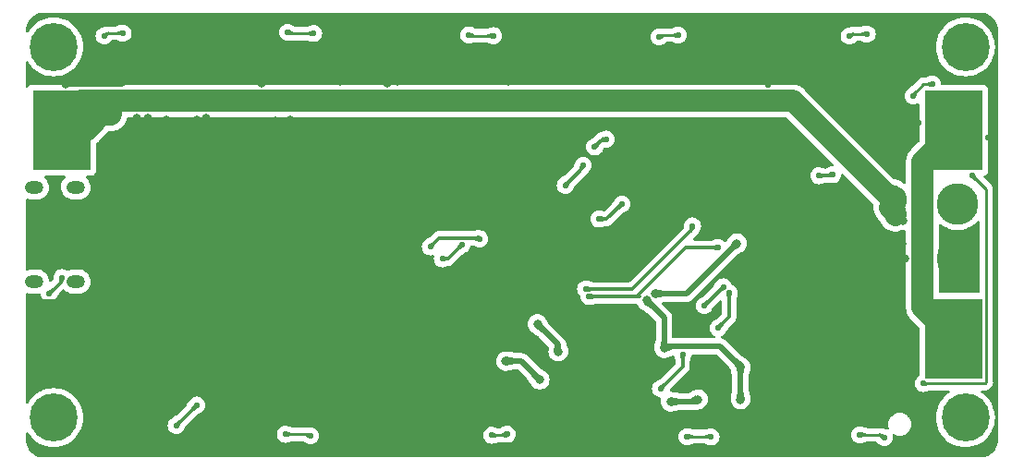
<source format=gbr>
%TF.GenerationSoftware,KiCad,Pcbnew,7.0.5*%
%TF.CreationDate,2024-01-01T11:18:53+08:00*%
%TF.ProjectId,bat_rf,6261745f-7266-42e6-9b69-6361645f7063,rev?*%
%TF.SameCoordinates,Original*%
%TF.FileFunction,Copper,L1,Top*%
%TF.FilePolarity,Positive*%
%FSLAX46Y46*%
G04 Gerber Fmt 4.6, Leading zero omitted, Abs format (unit mm)*
G04 Created by KiCad (PCBNEW 7.0.5) date 2024-01-01 11:18:53*
%MOMM*%
%LPD*%
G01*
G04 APERTURE LIST*
%TA.AperFunction,SMDPad,CuDef*%
%ADD10R,5.320000X7.350000*%
%TD*%
%TA.AperFunction,ComponentPad*%
%ADD11C,3.800000*%
%TD*%
%TA.AperFunction,ComponentPad*%
%ADD12C,4.400000*%
%TD*%
%TA.AperFunction,ComponentPad*%
%ADD13O,1.700000X1.200000*%
%TD*%
%TA.AperFunction,ViaPad*%
%ADD14C,0.800000*%
%TD*%
%TA.AperFunction,ViaPad*%
%ADD15C,0.550000*%
%TD*%
%TA.AperFunction,ViaPad*%
%ADD16C,0.700000*%
%TD*%
%TA.AperFunction,Conductor*%
%ADD17C,0.500000*%
%TD*%
%TA.AperFunction,Conductor*%
%ADD18C,2.000000*%
%TD*%
%TA.AperFunction,Conductor*%
%ADD19C,0.300000*%
%TD*%
%TA.AperFunction,Conductor*%
%ADD20C,0.350000*%
%TD*%
%TA.AperFunction,Conductor*%
%ADD21C,0.250000*%
%TD*%
G04 APERTURE END LIST*
D10*
%TO.P,BT1,1,+*%
%TO.N,+BATT*%
X47210000Y-62125000D03*
%TO.P,BT1,2,-*%
%TO.N,Net-(BT1-+-Pad3)*%
X128920000Y-62125000D03*
%TO.P,BT1,3,+*%
X128920000Y-81225000D03*
%TO.P,BT1,4,-*%
%TO.N,GNDPWR*%
X47210000Y-81225000D03*
%TD*%
D11*
%TO.P,J4,1,Pin_1*%
%TO.N,+BATT*%
X129265000Y-68875000D03*
%TO.P,J4,2,Pin_2*%
%TO.N,GNDPWR*%
X129265000Y-73875000D03*
%TD*%
D12*
%TO.P,H2,1*%
%TO.N,N/C*%
X130000000Y-54475000D03*
%TD*%
%TO.P,H1,1*%
%TO.N,N/C*%
X46465000Y-54475000D03*
%TD*%
%TO.P,H3,1*%
%TO.N,N/C*%
X130000000Y-88475000D03*
%TD*%
%TO.P,H4,1*%
%TO.N,N/C*%
X46465000Y-88475000D03*
%TD*%
D13*
%TO.P,J1,13*%
%TO.N,N/C*%
X48500000Y-75995000D03*
%TO.P,J1,14*%
X48500000Y-67355000D03*
%TO.P,J1,15*%
X44700000Y-75995000D03*
%TO.P,J1,16*%
X44700000Y-67355000D03*
%TD*%
D14*
%TO.N,GNDPWR*%
X69400000Y-71200000D03*
%TO.N,+BATT*%
X123100000Y-69200000D03*
X124200000Y-68200000D03*
X123300000Y-68100000D03*
X123300000Y-70200000D03*
X50400000Y-60000000D03*
X51900000Y-59700000D03*
X51700000Y-60700000D03*
X75000000Y-59437500D03*
X79327907Y-59686465D03*
X76100000Y-59437500D03*
X50400000Y-61200000D03*
D15*
X110600000Y-59437500D03*
D14*
X124100000Y-69300000D03*
X77200000Y-59437500D03*
X124300000Y-70400000D03*
%TO.N,GNDPWR*%
X78900000Y-55400000D03*
D16*
X117900000Y-68500000D03*
D14*
X69500000Y-57500000D03*
X65500000Y-57838000D03*
X50200000Y-69155500D03*
D15*
X120800000Y-56400000D03*
D14*
X68200000Y-56200000D03*
X77000000Y-57838000D03*
X93080000Y-65330000D03*
X72100000Y-74000000D03*
X58600000Y-61500000D03*
D15*
X105600000Y-54500000D03*
D14*
X93080000Y-64030000D03*
X123400000Y-72700000D03*
D15*
X84400000Y-91200000D03*
D14*
X50100000Y-68100000D03*
X88940000Y-63350000D03*
X77000000Y-62600000D03*
X75200000Y-62600000D03*
D15*
X105700000Y-57700000D03*
D14*
X72100000Y-53500000D03*
X59618260Y-61204591D03*
X51600000Y-66400000D03*
D15*
X111900000Y-57963000D03*
D14*
X56800000Y-61200000D03*
X56884544Y-62521000D03*
X62300000Y-56000000D03*
X78900000Y-62400000D03*
X71000000Y-56500000D03*
D15*
X124900000Y-85500000D03*
X65600000Y-89300000D03*
D14*
X69600000Y-61600000D03*
X89299591Y-57100409D03*
X75200000Y-74300000D03*
X67700000Y-86100000D03*
X123800000Y-74400000D03*
X124200000Y-72500000D03*
X78000000Y-56700000D03*
X68400000Y-57400000D03*
X68100000Y-61200000D03*
D15*
X105200000Y-62600000D03*
D14*
X72000000Y-52400000D03*
X54800000Y-62521000D03*
X47593526Y-57850498D03*
D15*
X102500000Y-91200000D03*
D14*
X73700000Y-74300000D03*
X52400000Y-62700000D03*
X70800000Y-57300000D03*
D15*
X84500000Y-89800000D03*
D14*
X88853849Y-54537609D03*
X60400000Y-61037000D03*
X88100000Y-57600000D03*
X88500000Y-52400000D03*
X69500000Y-56500000D03*
X92130000Y-63360000D03*
D15*
X132054502Y-62800000D03*
X131300000Y-91200000D03*
D14*
X46505562Y-80955562D03*
X92560000Y-66240000D03*
X72300000Y-69500000D03*
D15*
X127060644Y-86460644D03*
D14*
X54664198Y-53464198D03*
D15*
X65900000Y-91000000D03*
D14*
X54500000Y-52300000D03*
D15*
X112000000Y-61500000D03*
D14*
X123962439Y-73253603D03*
X72300000Y-68000000D03*
X54100000Y-61037000D03*
X50200000Y-91000000D03*
X50100000Y-74400000D03*
X72700000Y-57600000D03*
X50700000Y-88200000D03*
D15*
X102500000Y-89600000D03*
D14*
X123200000Y-73900000D03*
X68600000Y-61900000D03*
X73000000Y-86100000D03*
D15*
X118000000Y-91000000D03*
D14*
X124465500Y-73875000D03*
D16*
X122300000Y-65000000D03*
D14*
X55100000Y-61037000D03*
D16*
X125600000Y-61400000D03*
D15*
X118100000Y-90000000D03*
D14*
X66800000Y-61300000D03*
X54400000Y-56200000D03*
X88500000Y-53400000D03*
X70700000Y-62300000D03*
X51600000Y-64900000D03*
X71000000Y-61600000D03*
X66800000Y-62500000D03*
X70900000Y-65900000D03*
X78000000Y-57600000D03*
%TO.N,GNDD*%
X91000000Y-85000000D03*
X90800000Y-79900000D03*
X92700000Y-82400000D03*
X109400000Y-83800000D03*
X105500000Y-86800000D03*
X103000000Y-87000000D03*
X100784524Y-77730553D03*
X109400000Y-86800000D03*
X101565000Y-77112500D03*
X87900000Y-83300000D03*
X109062500Y-72500000D03*
X102400000Y-82100000D03*
D15*
%TO.N,/EN*%
X107815853Y-76484147D03*
X106084147Y-78215853D03*
X116575500Y-66300000D03*
X117824500Y-66200000D03*
%TO.N,/IO9*%
X104100000Y-82675500D03*
X108345831Y-77014126D03*
X102059661Y-85840339D03*
X107341147Y-80258853D03*
%TO.N,/RXD*%
X107357216Y-72891861D03*
X95524544Y-77375592D03*
%TO.N,/TXD*%
X95200000Y-76700000D03*
X105000000Y-70900000D03*
%TO.N,Net-(LED1-DI)*%
X125200000Y-59000000D03*
X130612210Y-66274502D03*
X127000000Y-57900000D03*
X126135361Y-85357840D03*
%TO.N,Net-(LED2-DI)*%
X122547113Y-90291587D03*
X120313000Y-90052031D03*
%TO.N,Net-(LED3-DI)*%
X104489910Y-90216131D03*
X106697176Y-90249500D03*
%TO.N,Net-(LED4-DI)*%
X88005850Y-90000943D03*
X86630500Y-90100000D03*
%TO.N,Net-(LED5-DI)*%
X67700758Y-90000714D03*
X70017279Y-90149102D03*
%TO.N,/RGB*%
X59574193Y-87325500D03*
X57700000Y-89200000D03*
%TO.N,/BAT_FB*%
X97071157Y-62928843D03*
X83854787Y-72645213D03*
X93335167Y-67164832D03*
X96037979Y-63662021D03*
X94966873Y-65333127D03*
X82085213Y-73914787D03*
%TO.N,Net-(LED8-DI)*%
X103700000Y-53400000D03*
X101939381Y-53574502D03*
%TO.N,Net-(LED10-DO)*%
X119345500Y-53474502D03*
X121000000Y-53300000D03*
%TO.N,/LED*%
X96435168Y-70264832D03*
X80985213Y-72814787D03*
X98516873Y-68883127D03*
X85500000Y-72071297D03*
%TO.N,Net-(LED11-DO)*%
X70290000Y-53250000D03*
X67916723Y-53155000D03*
%TO.N,Net-(LED11-DI)*%
X84479037Y-53375868D03*
X86750000Y-53450000D03*
%TO.N,Net-(LED12-DO)*%
X51090384Y-53474502D03*
X52840000Y-53220000D03*
%TO.N,Net-(LED13-DO)*%
X47230000Y-75640000D03*
X46060000Y-77075498D03*
%TD*%
D17*
%TO.N,GNDPWR*%
X72100000Y-74000000D02*
X72100000Y-73900000D01*
D18*
%TO.N,+BATT*%
X76100000Y-59437500D02*
X77200000Y-59437500D01*
X51100000Y-60500000D02*
X50900000Y-60700000D01*
X123100000Y-68300000D02*
X123300000Y-68100000D01*
X50400000Y-61200000D02*
X49475000Y-62125000D01*
X50400000Y-60700000D02*
X50400000Y-60000000D01*
X48900000Y-59437500D02*
X75000000Y-59437500D01*
X51700000Y-59900000D02*
X51700000Y-60700000D01*
X123600000Y-68700000D02*
X123100000Y-69200000D01*
X123600000Y-69700000D02*
X123600000Y-69900000D01*
X50400000Y-61200000D02*
X50900000Y-60700000D01*
X51600000Y-60000000D02*
X50900000Y-60000000D01*
X49475000Y-62125000D02*
X47210000Y-62125000D01*
X77200000Y-59437500D02*
X110600000Y-59437500D01*
X51900000Y-59700000D02*
X51700000Y-59900000D01*
X123300000Y-68100000D02*
X123500000Y-68300000D01*
X51900000Y-59700000D02*
X51600000Y-60000000D01*
X110600000Y-59437500D02*
X114202500Y-59437500D01*
X75000000Y-59437500D02*
X76100000Y-59437500D01*
X123065000Y-68300000D02*
X123100000Y-68300000D01*
X51700000Y-60700000D02*
X50900000Y-60700000D01*
X123100000Y-69200000D02*
X123600000Y-69700000D01*
X114202500Y-59437500D02*
X123065000Y-68300000D01*
X123600000Y-68300000D02*
X123600000Y-68700000D01*
X123500000Y-68300000D02*
X123600000Y-68300000D01*
D19*
%TO.N,GNDPWR*%
X88853849Y-56654667D02*
X89299591Y-57100409D01*
X88853849Y-54537609D02*
X88853849Y-56654667D01*
D17*
X54400000Y-53728396D02*
X54664198Y-53464198D01*
X72100000Y-57000000D02*
X72700000Y-57600000D01*
X72100000Y-53500000D02*
X72100000Y-57000000D01*
D19*
X76762000Y-57600000D02*
X77000000Y-57838000D01*
D20*
X125600000Y-61400000D02*
X122300000Y-64700000D01*
D17*
X47593526Y-57850498D02*
X52749502Y-57850498D01*
X62300000Y-56000000D02*
X63662000Y-56000000D01*
X54600000Y-56000000D02*
X62300000Y-56000000D01*
X52749502Y-57850498D02*
X54400000Y-56200000D01*
D20*
X122300000Y-64700000D02*
X122300000Y-65000000D01*
D17*
X50100000Y-74400000D02*
X50100000Y-69255500D01*
X54400000Y-56200000D02*
X54400000Y-53728396D01*
D19*
X72700000Y-57600000D02*
X76762000Y-57600000D01*
D17*
X50100000Y-69255500D02*
X50200000Y-69155500D01*
D19*
X120800000Y-56400000D02*
X113463000Y-56400000D01*
D17*
X54400000Y-56200000D02*
X54600000Y-56000000D01*
D19*
X105600000Y-57600000D02*
X105700000Y-57700000D01*
X105600000Y-54500000D02*
X105600000Y-57600000D01*
X113463000Y-56400000D02*
X111900000Y-57963000D01*
D17*
X63662000Y-56000000D02*
X65500000Y-57838000D01*
%TO.N,GNDD*%
X100784524Y-77730553D02*
X102400000Y-79346029D01*
X107550500Y-81950500D02*
X109400000Y-83800000D01*
X92700000Y-81800000D02*
X90800000Y-79900000D01*
X103000000Y-87000000D02*
X105300000Y-87000000D01*
X87900000Y-83300000D02*
X89300000Y-83300000D01*
X89300000Y-83300000D02*
X91000000Y-85000000D01*
X104450000Y-77112500D02*
X109062500Y-72500000D01*
X105300000Y-87000000D02*
X105500000Y-86800000D01*
X92700000Y-82400000D02*
X92700000Y-81800000D01*
X102549500Y-81950500D02*
X107550500Y-81950500D01*
X102400000Y-79346029D02*
X102400000Y-82100000D01*
X102400000Y-82100000D02*
X102549500Y-81950500D01*
X101565000Y-77112500D02*
X104450000Y-77112500D01*
X109400000Y-83800000D02*
X109400000Y-86800000D01*
D19*
%TO.N,/EN*%
X117724500Y-66300000D02*
X117824500Y-66200000D01*
X116575500Y-66300000D02*
X117724500Y-66300000D01*
X106084147Y-78215853D02*
X107815853Y-76484147D01*
%TO.N,/IO9*%
X104100000Y-83800000D02*
X102059661Y-85840339D01*
X108345831Y-77014126D02*
X108345831Y-79254169D01*
X104100000Y-82675500D02*
X104100000Y-83800000D01*
X108345831Y-79254169D02*
X107341147Y-80258853D01*
%TO.N,/RXD*%
X95524544Y-77375592D02*
X99900000Y-77375592D01*
X107357216Y-72891861D02*
X104383731Y-72891861D01*
X104383731Y-72891861D02*
X99900000Y-77375592D01*
X99900000Y-77375592D02*
X100124408Y-77375592D01*
%TO.N,/TXD*%
X105000000Y-70900000D02*
X105000000Y-71200000D01*
X99500000Y-76700000D02*
X95200000Y-76700000D01*
X105000000Y-71200000D02*
X99500000Y-76700000D01*
D18*
%TO.N,Net-(BT1-+-Pad3)*%
X126065000Y-78370000D02*
X128920000Y-81225000D01*
X128920000Y-62125000D02*
X126065000Y-64980000D01*
X126065000Y-64980000D02*
X126065000Y-78370000D01*
D21*
%TO.N,Net-(LED1-DI)*%
X125200000Y-58860000D02*
X126160000Y-57900000D01*
X130612210Y-66274502D02*
X131905000Y-67567292D01*
X125200000Y-59000000D02*
X125200000Y-58860000D01*
X126160000Y-57900000D02*
X127000000Y-57900000D01*
X131772160Y-85357840D02*
X126135361Y-85357840D01*
X131905000Y-85225000D02*
X131772160Y-85357840D01*
X131905000Y-67567292D02*
X131905000Y-85225000D01*
%TO.N,Net-(LED2-DI)*%
X122307557Y-90052031D02*
X120313000Y-90052031D01*
X122547113Y-90291587D02*
X122307557Y-90052031D01*
%TO.N,Net-(LED3-DI)*%
X104489910Y-90216131D02*
X106663807Y-90216131D01*
X106663807Y-90216131D02*
X106697176Y-90249500D01*
%TO.N,Net-(LED4-DI)*%
X87906793Y-90100000D02*
X88005850Y-90000943D01*
X86630500Y-90100000D02*
X87906793Y-90100000D01*
%TO.N,Net-(LED5-DI)*%
X69868891Y-90000714D02*
X70017279Y-90149102D01*
X67700758Y-90000714D02*
X69868891Y-90000714D01*
D19*
%TO.N,/RGB*%
X59574193Y-87325500D02*
X59574193Y-87325807D01*
X59574193Y-87325807D02*
X57700000Y-89200000D01*
%TO.N,/BAT_FB*%
X94966873Y-65533126D02*
X93335167Y-67164832D01*
X97071157Y-62928843D02*
X96771157Y-62928843D01*
X82585213Y-73914787D02*
X83854787Y-72645213D01*
X82085213Y-73914787D02*
X82585213Y-73914787D01*
X94966873Y-65333127D02*
X94966873Y-65533126D01*
X96771157Y-62928843D02*
X96037979Y-63662021D01*
D21*
%TO.N,Net-(LED8-DI)*%
X103700000Y-53400000D02*
X102113883Y-53400000D01*
X102113883Y-53400000D02*
X101939381Y-53574502D01*
%TO.N,Net-(LED10-DO)*%
X121000000Y-53300000D02*
X119520002Y-53300000D01*
X119520002Y-53300000D02*
X119345500Y-53474502D01*
D19*
%TO.N,/LED*%
X81779787Y-72020213D02*
X80985213Y-72814787D01*
X97135168Y-70264832D02*
X98516873Y-68883127D01*
X85448916Y-72020213D02*
X81779787Y-72020213D01*
X85500000Y-72071297D02*
X85448916Y-72020213D01*
X96435168Y-70264832D02*
X97135168Y-70264832D01*
D21*
%TO.N,Net-(LED11-DO)*%
X68011723Y-53250000D02*
X67916723Y-53155000D01*
X70290000Y-53250000D02*
X68011723Y-53250000D01*
%TO.N,Net-(LED11-DI)*%
X84553169Y-53450000D02*
X84479037Y-53375868D01*
X86750000Y-53450000D02*
X84553169Y-53450000D01*
%TO.N,Net-(LED12-DO)*%
X52840000Y-53220000D02*
X51344886Y-53220000D01*
X51344886Y-53220000D02*
X51090384Y-53474502D01*
%TO.N,Net-(LED13-DO)*%
X47230000Y-75640000D02*
X47230000Y-75905498D01*
X47230000Y-75905498D02*
X46060000Y-77075498D01*
%TD*%
%TA.AperFunction,Conductor*%
%TO.N,GNDPWR*%
G36*
X131348043Y-51325658D02*
G01*
X131571732Y-51341661D01*
X131589243Y-51344179D01*
X131695563Y-51367309D01*
X131801886Y-51390441D01*
X131818853Y-51395423D01*
X132022743Y-51471474D01*
X132038835Y-51478823D01*
X132229821Y-51583113D01*
X132244702Y-51592676D01*
X132418909Y-51723090D01*
X132432278Y-51734675D01*
X132467166Y-51769564D01*
X132586144Y-51888544D01*
X132597730Y-51901915D01*
X132728140Y-52076126D01*
X132737705Y-52091009D01*
X132841992Y-52281999D01*
X132849341Y-52298092D01*
X132925386Y-52501980D01*
X132930370Y-52518955D01*
X132976625Y-52731587D01*
X132979143Y-52749099D01*
X132995185Y-52973396D01*
X132995343Y-52977820D01*
X132995343Y-90472786D01*
X132995185Y-90477210D01*
X132979185Y-90700907D01*
X132976667Y-90718418D01*
X132930412Y-90931054D01*
X132925428Y-90948030D01*
X132849380Y-91151924D01*
X132842031Y-91168017D01*
X132737739Y-91359017D01*
X132728174Y-91373900D01*
X132597766Y-91548110D01*
X132586185Y-91561475D01*
X132509244Y-91638419D01*
X132432308Y-91715356D01*
X132418938Y-91726941D01*
X132244725Y-91857359D01*
X132229844Y-91866922D01*
X132119372Y-91927247D01*
X132038855Y-91971214D01*
X132022763Y-91978563D01*
X131818868Y-92054617D01*
X131801892Y-92059602D01*
X131589251Y-92105862D01*
X131571740Y-92108380D01*
X131358475Y-92123638D01*
X131348643Y-92124342D01*
X131344218Y-92124500D01*
X45567214Y-92124500D01*
X45562791Y-92124342D01*
X45535526Y-92122391D01*
X45339095Y-92108342D01*
X45321585Y-92105824D01*
X45108953Y-92059570D01*
X45091976Y-92054586D01*
X44888079Y-91978536D01*
X44871986Y-91971186D01*
X44680995Y-91866897D01*
X44666112Y-91857332D01*
X44491906Y-91726923D01*
X44478535Y-91715337D01*
X44324662Y-91561464D01*
X44313076Y-91548093D01*
X44182667Y-91373887D01*
X44173102Y-91359004D01*
X44068810Y-91168007D01*
X44061465Y-91151924D01*
X43985410Y-90948015D01*
X43980431Y-90931053D01*
X43934174Y-90718412D01*
X43931657Y-90700903D01*
X43931393Y-90697216D01*
X43915657Y-90477208D01*
X43915500Y-90472786D01*
X43915500Y-89922415D01*
X43935185Y-89855376D01*
X43987989Y-89809621D01*
X44057147Y-89799677D01*
X44120703Y-89828702D01*
X44145615Y-89858262D01*
X44216459Y-89975453D01*
X44238473Y-90011868D01*
X44439954Y-90269039D01*
X44670960Y-90500045D01*
X44928131Y-90701526D01*
X44928134Y-90701528D01*
X44928137Y-90701530D01*
X45207721Y-90870545D01*
X45505639Y-91004627D01*
X45505652Y-91004631D01*
X45505657Y-91004633D01*
X45721828Y-91071994D01*
X45817547Y-91101821D01*
X46138896Y-91160710D01*
X46465000Y-91180436D01*
X46791104Y-91160710D01*
X47112453Y-91101821D01*
X47424361Y-91004627D01*
X47722279Y-90870545D01*
X48001863Y-90701530D01*
X48259036Y-90500048D01*
X48490048Y-90269036D01*
X48691530Y-90011863D01*
X48698268Y-90000717D01*
X66920351Y-90000717D01*
X66939915Y-90174362D01*
X66939917Y-90174372D01*
X66980932Y-90291583D01*
X66997636Y-90339320D01*
X67090611Y-90487290D01*
X67214182Y-90610861D01*
X67362152Y-90703836D01*
X67527101Y-90761555D01*
X67527107Y-90761555D01*
X67527109Y-90761556D01*
X67700754Y-90781121D01*
X67700758Y-90781121D01*
X67700762Y-90781121D01*
X67874408Y-90761556D01*
X67874409Y-90761555D01*
X67874415Y-90761555D01*
X67923122Y-90744510D01*
X67946813Y-90738761D01*
X67956904Y-90737343D01*
X68322920Y-90631126D01*
X68357478Y-90626214D01*
X69308725Y-90626214D01*
X69375764Y-90645899D01*
X69380669Y-90649219D01*
X69508750Y-90740466D01*
X69511351Y-90742319D01*
X69527084Y-90755630D01*
X69530703Y-90759249D01*
X69678673Y-90852224D01*
X69843622Y-90909943D01*
X69843628Y-90909943D01*
X69843630Y-90909944D01*
X70017275Y-90929509D01*
X70017279Y-90929509D01*
X70017283Y-90929509D01*
X70190927Y-90909944D01*
X70190926Y-90909944D01*
X70190936Y-90909943D01*
X70355885Y-90852224D01*
X70503855Y-90759249D01*
X70627426Y-90635678D01*
X70720401Y-90487708D01*
X70778120Y-90322759D01*
X70789058Y-90225679D01*
X70797686Y-90149105D01*
X70797686Y-90149098D01*
X70792154Y-90100003D01*
X85850093Y-90100003D01*
X85869657Y-90273648D01*
X85869659Y-90273658D01*
X85921969Y-90423148D01*
X85927378Y-90438606D01*
X86020353Y-90586576D01*
X86143924Y-90710147D01*
X86291894Y-90803122D01*
X86456843Y-90860841D01*
X86456849Y-90860841D01*
X86456851Y-90860842D01*
X86630496Y-90880407D01*
X86630500Y-90880407D01*
X86630504Y-90880407D01*
X86804150Y-90860842D01*
X86804150Y-90860841D01*
X86804157Y-90860841D01*
X86852867Y-90843795D01*
X86876561Y-90838045D01*
X86886647Y-90836628D01*
X87252660Y-90730412D01*
X87287217Y-90725500D01*
X87407723Y-90725500D01*
X87433401Y-90728577D01*
X87433421Y-90728461D01*
X87435857Y-90728871D01*
X87437026Y-90729012D01*
X87437274Y-90729072D01*
X87437796Y-90729199D01*
X87950478Y-90778451D01*
X87959850Y-90779136D01*
X87961924Y-90779288D01*
X87961943Y-90779289D01*
X87961981Y-90779292D01*
X87962003Y-90779293D01*
X87962017Y-90779294D01*
X87964442Y-90779415D01*
X87968816Y-90779635D01*
X87982140Y-90779279D01*
X87990744Y-90779648D01*
X87995215Y-90780151D01*
X88005850Y-90781350D01*
X88034656Y-90778104D01*
X88039933Y-90777737D01*
X88046364Y-90777566D01*
X88047959Y-90777164D01*
X88056113Y-90775686D01*
X88179507Y-90761784D01*
X88344456Y-90704065D01*
X88492426Y-90611090D01*
X88615997Y-90487519D01*
X88708972Y-90339549D01*
X88752157Y-90216134D01*
X103709503Y-90216134D01*
X103729067Y-90389779D01*
X103729069Y-90389789D01*
X103786787Y-90554735D01*
X103786788Y-90554737D01*
X103879763Y-90702707D01*
X104003334Y-90826278D01*
X104151304Y-90919253D01*
X104316253Y-90976972D01*
X104316259Y-90976972D01*
X104316261Y-90976973D01*
X104489906Y-90996538D01*
X104489910Y-90996538D01*
X104489914Y-90996538D01*
X104663560Y-90976973D01*
X104663560Y-90976972D01*
X104663567Y-90976972D01*
X104712277Y-90959926D01*
X104735971Y-90954176D01*
X104746057Y-90952759D01*
X105112070Y-90846543D01*
X105146627Y-90841631D01*
X106027390Y-90841631D01*
X106070496Y-90849365D01*
X106101449Y-90860841D01*
X106405680Y-90973636D01*
X106447335Y-90987059D01*
X106449411Y-90987321D01*
X106474819Y-90993300D01*
X106523519Y-91010341D01*
X106523523Y-91010341D01*
X106523527Y-91010342D01*
X106697172Y-91029907D01*
X106697176Y-91029907D01*
X106697180Y-91029907D01*
X106870824Y-91010342D01*
X106870823Y-91010342D01*
X106870833Y-91010341D01*
X107035782Y-90952622D01*
X107183752Y-90859647D01*
X107307323Y-90736076D01*
X107400298Y-90588106D01*
X107458017Y-90423157D01*
X107477583Y-90249500D01*
X107474900Y-90225689D01*
X107458018Y-90075851D01*
X107458017Y-90075849D01*
X107458017Y-90075843D01*
X107449686Y-90052034D01*
X119532593Y-90052034D01*
X119552157Y-90225679D01*
X119552159Y-90225689D01*
X119609581Y-90389788D01*
X119609878Y-90390637D01*
X119702853Y-90538607D01*
X119826424Y-90662178D01*
X119974394Y-90755153D01*
X120139343Y-90812872D01*
X120139349Y-90812872D01*
X120139351Y-90812873D01*
X120312996Y-90832438D01*
X120313000Y-90832438D01*
X120313004Y-90832438D01*
X120486650Y-90812873D01*
X120486651Y-90812872D01*
X120486657Y-90812872D01*
X120535364Y-90795827D01*
X120559055Y-90790078D01*
X120569146Y-90788660D01*
X120935162Y-90682443D01*
X120969720Y-90677531D01*
X121796476Y-90677531D01*
X121863515Y-90697216D01*
X121891916Y-90722365D01*
X121930501Y-90768883D01*
X121935282Y-90775484D01*
X121936962Y-90778157D01*
X121936966Y-90778163D01*
X121942174Y-90783371D01*
X121946038Y-90787612D01*
X121959075Y-90803329D01*
X121964928Y-90810068D01*
X121966608Y-90812002D01*
X121966624Y-90812020D01*
X121967398Y-90812871D01*
X121971175Y-90817025D01*
X122026996Y-90869751D01*
X122027002Y-90869754D01*
X122029968Y-90871998D01*
X122036421Y-90877618D01*
X122060537Y-90901734D01*
X122208507Y-90994709D01*
X122373456Y-91052428D01*
X122373462Y-91052428D01*
X122373464Y-91052429D01*
X122547109Y-91071994D01*
X122547113Y-91071994D01*
X122547117Y-91071994D01*
X122720761Y-91052429D01*
X122720760Y-91052429D01*
X122720770Y-91052428D01*
X122885719Y-90994709D01*
X123033689Y-90901734D01*
X123157260Y-90778163D01*
X123250235Y-90630193D01*
X123307954Y-90465244D01*
X123322116Y-90339549D01*
X123327520Y-90291590D01*
X123327520Y-90291583D01*
X123308114Y-90119348D01*
X123320169Y-90050527D01*
X123367518Y-89999147D01*
X123435128Y-89981523D01*
X123489784Y-89996106D01*
X123591046Y-90050232D01*
X123789066Y-90110300D01*
X123789065Y-90110300D01*
X123827647Y-90114100D01*
X123943392Y-90125500D01*
X123943395Y-90125500D01*
X124046605Y-90125500D01*
X124046608Y-90125500D01*
X124200934Y-90110300D01*
X124398954Y-90050232D01*
X124581450Y-89952685D01*
X124741410Y-89821410D01*
X124872685Y-89661450D01*
X124970232Y-89478954D01*
X125030300Y-89280934D01*
X125050583Y-89075000D01*
X125030300Y-88869066D01*
X124970232Y-88671046D01*
X124872685Y-88488550D01*
X124820702Y-88425209D01*
X124741410Y-88328589D01*
X124581452Y-88197317D01*
X124581453Y-88197317D01*
X124581450Y-88197315D01*
X124398954Y-88099768D01*
X124200934Y-88039700D01*
X124200932Y-88039699D01*
X124200934Y-88039699D01*
X124081805Y-88027966D01*
X124046608Y-88024500D01*
X123943392Y-88024500D01*
X123905298Y-88028251D01*
X123789067Y-88039699D01*
X123591043Y-88099769D01*
X123499135Y-88148896D01*
X123408550Y-88197315D01*
X123408548Y-88197316D01*
X123408547Y-88197317D01*
X123248589Y-88328589D01*
X123128435Y-88475000D01*
X123117315Y-88488550D01*
X123099547Y-88521792D01*
X123019769Y-88671043D01*
X122959699Y-88869067D01*
X122939417Y-89075000D01*
X122959699Y-89280932D01*
X123001961Y-89420251D01*
X123002584Y-89490118D01*
X122965336Y-89549231D01*
X122902041Y-89578822D01*
X122842346Y-89573288D01*
X122720770Y-89530746D01*
X122720766Y-89530745D01*
X122720762Y-89530744D01*
X122677834Y-89525907D01*
X122635904Y-89511869D01*
X122635651Y-89512456D01*
X122628793Y-89509488D01*
X122628613Y-89509428D01*
X122628501Y-89509362D01*
X122628494Y-89509359D01*
X122628493Y-89509358D01*
X122585717Y-89490846D01*
X122580487Y-89488284D01*
X122555413Y-89474500D01*
X122539648Y-89465833D01*
X122539649Y-89465833D01*
X122520250Y-89460853D01*
X122501838Y-89454549D01*
X122483455Y-89446593D01*
X122483449Y-89446591D01*
X122437431Y-89439303D01*
X122431709Y-89438118D01*
X122386578Y-89426531D01*
X122386576Y-89426531D01*
X122366541Y-89426531D01*
X122347143Y-89425004D01*
X122339719Y-89423828D01*
X122327362Y-89421871D01*
X122327361Y-89421871D01*
X122280973Y-89426256D01*
X122275135Y-89426531D01*
X122159575Y-89426531D01*
X122157905Y-89426492D01*
X122149633Y-89426531D01*
X120969723Y-89426531D01*
X120935165Y-89421618D01*
X120820210Y-89388259D01*
X120569143Y-89315401D01*
X120569140Y-89315400D01*
X120569123Y-89315395D01*
X120544560Y-89308932D01*
X120540147Y-89308160D01*
X120520582Y-89303060D01*
X120486656Y-89291189D01*
X120313004Y-89271624D01*
X120312996Y-89271624D01*
X120139351Y-89291188D01*
X120139341Y-89291190D01*
X119974395Y-89348908D01*
X119826423Y-89441884D01*
X119702853Y-89565454D01*
X119609877Y-89713426D01*
X119552159Y-89878372D01*
X119552157Y-89878382D01*
X119532593Y-90052027D01*
X119532593Y-90052034D01*
X107449686Y-90052034D01*
X107400298Y-89910894D01*
X107307323Y-89762924D01*
X107183752Y-89639353D01*
X107035782Y-89546378D01*
X107035781Y-89546377D01*
X107035780Y-89546377D01*
X106870834Y-89488659D01*
X106870824Y-89488657D01*
X106697180Y-89469093D01*
X106697172Y-89469093D01*
X106523525Y-89488657D01*
X106523514Y-89488660D01*
X106496286Y-89498187D01*
X106478807Y-89502468D01*
X106478861Y-89502714D01*
X106474539Y-89503657D01*
X106474538Y-89503658D01*
X106278957Y-89546378D01*
X106089432Y-89587775D01*
X106062971Y-89590631D01*
X105146633Y-89590631D01*
X105112074Y-89585718D01*
X105073463Y-89574513D01*
X105073463Y-89574512D01*
X104746061Y-89479504D01*
X104746064Y-89479504D01*
X104746051Y-89479501D01*
X104721466Y-89473032D01*
X104721461Y-89473031D01*
X104721459Y-89473031D01*
X104717047Y-89472258D01*
X104697492Y-89467160D01*
X104663566Y-89455289D01*
X104489914Y-89435724D01*
X104489906Y-89435724D01*
X104316261Y-89455288D01*
X104316251Y-89455290D01*
X104151305Y-89513008D01*
X104003333Y-89605984D01*
X103879763Y-89729554D01*
X103786787Y-89877526D01*
X103729069Y-90042472D01*
X103729067Y-90042482D01*
X103709503Y-90216127D01*
X103709503Y-90216134D01*
X88752157Y-90216134D01*
X88766691Y-90174600D01*
X88780501Y-90052031D01*
X88786257Y-90000946D01*
X88786257Y-90000939D01*
X88766692Y-89827294D01*
X88766691Y-89827292D01*
X88766691Y-89827286D01*
X88708972Y-89662337D01*
X88615997Y-89514367D01*
X88492426Y-89390796D01*
X88344456Y-89297821D01*
X88344455Y-89297820D01*
X88344454Y-89297820D01*
X88179508Y-89240102D01*
X88179498Y-89240100D01*
X88005854Y-89220536D01*
X88005846Y-89220536D01*
X87832201Y-89240100D01*
X87832191Y-89240102D01*
X87667244Y-89297820D01*
X87659224Y-89302859D01*
X87651598Y-89306939D01*
X87650224Y-89307554D01*
X87483793Y-89396877D01*
X87366626Y-89459759D01*
X87307989Y-89474500D01*
X87287223Y-89474500D01*
X87252664Y-89469587D01*
X87214053Y-89458382D01*
X87214053Y-89458381D01*
X86886651Y-89363373D01*
X86886654Y-89363373D01*
X86886641Y-89363370D01*
X86862056Y-89356901D01*
X86862051Y-89356900D01*
X86862049Y-89356900D01*
X86857637Y-89356127D01*
X86838082Y-89351029D01*
X86804156Y-89339158D01*
X86630504Y-89319593D01*
X86630496Y-89319593D01*
X86456851Y-89339157D01*
X86456841Y-89339159D01*
X86291895Y-89396877D01*
X86143923Y-89489853D01*
X86020353Y-89613423D01*
X85927377Y-89761395D01*
X85869659Y-89926341D01*
X85869657Y-89926351D01*
X85850093Y-90099996D01*
X85850093Y-90100003D01*
X70792154Y-90100003D01*
X70778121Y-89975453D01*
X70778120Y-89975451D01*
X70778120Y-89975445D01*
X70720401Y-89810496D01*
X70627426Y-89662526D01*
X70503855Y-89538955D01*
X70355885Y-89445980D01*
X70355884Y-89445979D01*
X70355883Y-89445979D01*
X70190937Y-89388261D01*
X70190927Y-89388259D01*
X70017285Y-89368695D01*
X70010322Y-89368695D01*
X70010322Y-89368276D01*
X70008381Y-89368317D01*
X70008382Y-89368627D01*
X69527105Y-89370178D01*
X69527076Y-89370178D01*
X69527075Y-89370179D01*
X69524900Y-89370301D01*
X69473784Y-89373167D01*
X69470036Y-89373749D01*
X69451035Y-89375214D01*
X68357481Y-89375214D01*
X68322923Y-89370301D01*
X68106698Y-89307554D01*
X67956901Y-89264084D01*
X67956898Y-89264083D01*
X67956881Y-89264078D01*
X67932318Y-89257615D01*
X67927905Y-89256843D01*
X67908340Y-89251743D01*
X67874414Y-89239872D01*
X67700762Y-89220307D01*
X67700754Y-89220307D01*
X67527109Y-89239871D01*
X67527099Y-89239873D01*
X67362153Y-89297591D01*
X67214181Y-89390567D01*
X67090611Y-89514137D01*
X66997635Y-89662109D01*
X66939917Y-89827055D01*
X66939915Y-89827065D01*
X66920351Y-90000710D01*
X66920351Y-90000717D01*
X48698268Y-90000717D01*
X48860545Y-89732279D01*
X48994627Y-89434361D01*
X49067656Y-89200003D01*
X56919593Y-89200003D01*
X56939157Y-89373648D01*
X56939159Y-89373658D01*
X56996877Y-89538604D01*
X56996878Y-89538606D01*
X57089853Y-89686576D01*
X57213424Y-89810147D01*
X57361394Y-89903122D01*
X57526343Y-89960841D01*
X57526349Y-89960841D01*
X57526351Y-89960842D01*
X57699996Y-89980407D01*
X57700000Y-89980407D01*
X57700004Y-89980407D01*
X57873648Y-89960842D01*
X57873647Y-89960842D01*
X57873657Y-89960841D01*
X58038606Y-89903122D01*
X58186576Y-89810147D01*
X58310147Y-89686576D01*
X58381549Y-89572937D01*
X58386568Y-89566049D01*
X58388766Y-89563432D01*
X58597704Y-89226849D01*
X58615368Y-89204576D01*
X59579021Y-88240923D01*
X59601248Y-88223288D01*
X59937820Y-88014151D01*
X59947959Y-88007682D01*
X59947968Y-88007673D01*
X59951788Y-88004799D01*
X59951993Y-88005071D01*
X59960998Y-87998336D01*
X60060769Y-87935647D01*
X60184340Y-87812076D01*
X60277315Y-87664106D01*
X60335034Y-87499157D01*
X60349780Y-87368284D01*
X60354600Y-87325503D01*
X60354600Y-87325496D01*
X60335035Y-87151851D01*
X60335034Y-87151849D01*
X60335034Y-87151843D01*
X60277315Y-86986894D01*
X60184340Y-86838924D01*
X60060769Y-86715353D01*
X59912799Y-86622378D01*
X59912798Y-86622377D01*
X59912797Y-86622377D01*
X59747851Y-86564659D01*
X59747841Y-86564657D01*
X59574197Y-86545093D01*
X59574189Y-86545093D01*
X59400544Y-86564657D01*
X59400534Y-86564659D01*
X59235588Y-86622377D01*
X59087616Y-86715353D01*
X58964046Y-86838923D01*
X58964044Y-86838926D01*
X58892497Y-86952791D01*
X58887514Y-86959636D01*
X58885310Y-86962265D01*
X58885300Y-86962278D01*
X58676627Y-87298794D01*
X58658925Y-87321127D01*
X57695430Y-88284622D01*
X57673148Y-88302293D01*
X57336545Y-88511245D01*
X57326289Y-88517784D01*
X57322457Y-88520668D01*
X57322259Y-88520405D01*
X57313255Y-88527123D01*
X57213426Y-88589851D01*
X57213423Y-88589853D01*
X57089853Y-88713423D01*
X56996877Y-88861395D01*
X56939159Y-89026341D01*
X56939157Y-89026351D01*
X56919593Y-89199996D01*
X56919593Y-89200003D01*
X49067656Y-89200003D01*
X49091821Y-89122453D01*
X49150710Y-88801104D01*
X49170436Y-88475000D01*
X49150710Y-88148896D01*
X49091821Y-87827547D01*
X49067812Y-87750499D01*
X48994633Y-87515657D01*
X48994631Y-87515652D01*
X48994627Y-87515639D01*
X48860545Y-87217721D01*
X48691530Y-86938137D01*
X48691528Y-86938134D01*
X48691526Y-86938131D01*
X48490045Y-86680960D01*
X48259039Y-86449954D01*
X48001868Y-86248473D01*
X47978469Y-86234328D01*
X47722279Y-86079455D01*
X47424361Y-85945373D01*
X47424354Y-85945370D01*
X47424342Y-85945366D01*
X47112452Y-85848178D01*
X46791099Y-85789289D01*
X46491021Y-85771138D01*
X46465000Y-85769564D01*
X46464999Y-85769564D01*
X46138900Y-85789289D01*
X45817547Y-85848178D01*
X45505657Y-85945366D01*
X45505641Y-85945372D01*
X45505639Y-85945373D01*
X45328677Y-86025017D01*
X45248811Y-86060962D01*
X45207721Y-86079455D01*
X45142832Y-86118682D01*
X44928131Y-86248473D01*
X44670960Y-86449954D01*
X44439954Y-86680960D01*
X44238473Y-86938132D01*
X44145617Y-87091734D01*
X44094089Y-87138922D01*
X44025229Y-87150760D01*
X43960901Y-87123491D01*
X43921527Y-87065772D01*
X43915500Y-87027584D01*
X43915500Y-83300000D01*
X86994540Y-83300000D01*
X87014326Y-83488256D01*
X87014327Y-83488259D01*
X87072818Y-83668277D01*
X87072821Y-83668284D01*
X87167467Y-83832216D01*
X87254818Y-83929229D01*
X87294129Y-83972888D01*
X87447265Y-84084148D01*
X87447270Y-84084151D01*
X87620192Y-84161142D01*
X87620197Y-84161144D01*
X87805354Y-84200500D01*
X87805355Y-84200500D01*
X87994644Y-84200500D01*
X87994646Y-84200500D01*
X88151171Y-84167229D01*
X88152448Y-84166974D01*
X88762317Y-84052624D01*
X88785170Y-84050500D01*
X88937770Y-84050500D01*
X89004809Y-84070185D01*
X89025451Y-84086819D01*
X89843407Y-84904775D01*
X89858064Y-84922435D01*
X90223903Y-85457126D01*
X90226429Y-85461137D01*
X90267464Y-85532212D01*
X90267465Y-85532214D01*
X90299104Y-85567353D01*
X90302543Y-85571524D01*
X90306804Y-85577178D01*
X90312477Y-85584705D01*
X90321216Y-85595260D01*
X90347573Y-85621336D01*
X90350034Y-85623916D01*
X90394129Y-85672888D01*
X90547265Y-85784148D01*
X90547270Y-85784151D01*
X90720192Y-85861142D01*
X90720197Y-85861144D01*
X90905354Y-85900500D01*
X90905355Y-85900500D01*
X91094644Y-85900500D01*
X91094646Y-85900500D01*
X91279803Y-85861144D01*
X91452730Y-85784151D01*
X91605871Y-85672888D01*
X91732533Y-85532216D01*
X91827179Y-85368284D01*
X91885674Y-85188256D01*
X91905460Y-85000000D01*
X91885674Y-84811744D01*
X91827179Y-84631716D01*
X91732533Y-84467784D01*
X91668029Y-84396145D01*
X91664066Y-84391267D01*
X91662661Y-84389346D01*
X91662660Y-84389345D01*
X91662658Y-84389342D01*
X91660464Y-84387327D01*
X91656325Y-84383147D01*
X91605870Y-84327111D01*
X91452730Y-84215848D01*
X91441891Y-84211022D01*
X91422311Y-84200083D01*
X90922435Y-83858064D01*
X90904775Y-83843407D01*
X89875729Y-82814361D01*
X89863949Y-82800730D01*
X89856482Y-82790701D01*
X89849612Y-82781472D01*
X89849610Y-82781470D01*
X89809587Y-82747886D01*
X89805612Y-82744244D01*
X89802690Y-82741322D01*
X89799779Y-82738410D01*
X89774736Y-82718609D01*
X89773338Y-82717470D01*
X89715214Y-82668698D01*
X89709180Y-82664729D01*
X89709212Y-82664680D01*
X89702853Y-82660628D01*
X89702822Y-82660679D01*
X89696680Y-82656891D01*
X89696678Y-82656890D01*
X89696677Y-82656889D01*
X89627872Y-82624804D01*
X89626252Y-82624019D01*
X89586512Y-82604061D01*
X89558433Y-82589960D01*
X89558431Y-82589959D01*
X89558430Y-82589959D01*
X89551645Y-82587489D01*
X89551665Y-82587433D01*
X89544549Y-82584959D01*
X89544531Y-82585015D01*
X89537674Y-82582743D01*
X89463328Y-82567391D01*
X89461569Y-82567001D01*
X89387718Y-82549499D01*
X89380547Y-82548661D01*
X89380553Y-82548601D01*
X89373055Y-82547835D01*
X89373050Y-82547895D01*
X89365860Y-82547265D01*
X89289968Y-82549474D01*
X89288165Y-82549500D01*
X88785176Y-82549500D01*
X88762324Y-82547376D01*
X88340462Y-82468277D01*
X88152488Y-82433032D01*
X88151029Y-82432740D01*
X87994646Y-82399500D01*
X87966069Y-82399500D01*
X87960277Y-82399229D01*
X87958849Y-82399095D01*
X87958847Y-82399095D01*
X87886570Y-82399500D01*
X87805354Y-82399500D01*
X87772897Y-82406398D01*
X87620197Y-82438855D01*
X87620192Y-82438857D01*
X87447270Y-82515848D01*
X87447265Y-82515851D01*
X87294129Y-82627111D01*
X87167466Y-82767785D01*
X87072821Y-82931715D01*
X87072818Y-82931722D01*
X87045484Y-83015849D01*
X87014326Y-83111744D01*
X86994540Y-83300000D01*
X43915500Y-83300000D01*
X43915500Y-79900000D01*
X89894540Y-79900000D01*
X89914326Y-80088256D01*
X89914327Y-80088259D01*
X89972818Y-80268277D01*
X89972821Y-80268284D01*
X90067467Y-80432216D01*
X90131965Y-80503848D01*
X90135926Y-80508723D01*
X90137337Y-80510653D01*
X90137340Y-80510656D01*
X90137341Y-80510657D01*
X90139531Y-80512668D01*
X90143661Y-80516838D01*
X90194129Y-80572888D01*
X90194135Y-80572893D01*
X90347270Y-80684151D01*
X90358105Y-80688976D01*
X90377688Y-80699916D01*
X90444209Y-80745430D01*
X90845058Y-81019694D01*
X90877562Y-81041933D01*
X90895222Y-81056590D01*
X91802141Y-81963509D01*
X91835626Y-82024832D01*
X91837179Y-82068969D01*
X91819758Y-82189219D01*
X91814977Y-82209737D01*
X91814327Y-82211737D01*
X91814325Y-82211744D01*
X91808716Y-82265109D01*
X91808415Y-82267516D01*
X91800368Y-82323066D01*
X91800366Y-82323080D01*
X91798423Y-82340950D01*
X91798420Y-82340982D01*
X91797649Y-82351566D01*
X91797852Y-82364141D01*
X91797521Y-82371628D01*
X91794593Y-82399500D01*
X91794540Y-82400000D01*
X91814326Y-82588256D01*
X91814327Y-82588259D01*
X91872818Y-82768277D01*
X91872821Y-82768284D01*
X91967467Y-82932216D01*
X92042770Y-83015848D01*
X92094129Y-83072888D01*
X92247265Y-83184148D01*
X92247270Y-83184151D01*
X92420192Y-83261142D01*
X92420197Y-83261144D01*
X92605354Y-83300500D01*
X92605355Y-83300500D01*
X92794644Y-83300500D01*
X92794646Y-83300500D01*
X92979803Y-83261144D01*
X93152730Y-83184151D01*
X93305871Y-83072888D01*
X93432533Y-82932216D01*
X93527179Y-82768284D01*
X93585674Y-82588256D01*
X93605460Y-82400000D01*
X93585674Y-82211744D01*
X93529623Y-82039241D01*
X93528820Y-82036562D01*
X93528029Y-82033690D01*
X93527901Y-82033328D01*
X93527180Y-82031720D01*
X93527179Y-82031716D01*
X93527176Y-82031711D01*
X93526727Y-82030709D01*
X93464530Y-81888312D01*
X93456619Y-81829233D01*
X93455079Y-81829189D01*
X93455289Y-81821976D01*
X93450736Y-81769934D01*
X93450500Y-81764528D01*
X93450500Y-81756296D01*
X93450500Y-81756291D01*
X93446795Y-81724602D01*
X93446618Y-81722876D01*
X93439999Y-81647203D01*
X93439999Y-81647201D01*
X93438539Y-81640129D01*
X93438597Y-81640116D01*
X93436965Y-81632757D01*
X93436906Y-81632772D01*
X93435241Y-81625751D01*
X93435241Y-81625745D01*
X93409267Y-81554382D01*
X93408691Y-81552723D01*
X93384814Y-81480666D01*
X93384810Y-81480659D01*
X93381760Y-81474118D01*
X93381815Y-81474091D01*
X93378533Y-81467313D01*
X93378480Y-81467340D01*
X93375236Y-81460881D01*
X93333529Y-81397470D01*
X93332560Y-81395949D01*
X93292710Y-81331342D01*
X93288234Y-81325682D01*
X93288281Y-81325644D01*
X93283519Y-81319799D01*
X93283474Y-81319838D01*
X93278831Y-81314305D01*
X93223616Y-81262212D01*
X93222356Y-81260989D01*
X91956588Y-79995221D01*
X91941931Y-79977560D01*
X91801475Y-79772277D01*
X91576087Y-79442861D01*
X91573571Y-79438864D01*
X91532535Y-79367787D01*
X91532534Y-79367785D01*
X91532533Y-79367784D01*
X91500888Y-79332638D01*
X91497449Y-79328466D01*
X91487520Y-79315292D01*
X91487501Y-79315269D01*
X91478787Y-79304744D01*
X91478783Y-79304739D01*
X91452425Y-79278662D01*
X91449964Y-79276082D01*
X91405875Y-79227116D01*
X91405869Y-79227110D01*
X91252734Y-79115851D01*
X91252729Y-79115848D01*
X91079807Y-79038857D01*
X91079802Y-79038855D01*
X90898875Y-79000399D01*
X90894646Y-78999500D01*
X90705354Y-78999500D01*
X90701125Y-79000399D01*
X90520197Y-79038855D01*
X90520192Y-79038857D01*
X90347270Y-79115848D01*
X90347265Y-79115851D01*
X90194129Y-79227111D01*
X90067466Y-79367785D01*
X89972821Y-79531715D01*
X89972818Y-79531722D01*
X89915458Y-79708259D01*
X89914326Y-79711744D01*
X89894540Y-79900000D01*
X43915500Y-79900000D01*
X43915500Y-77149641D01*
X43935185Y-77082602D01*
X43987989Y-77036847D01*
X44057147Y-77026903D01*
X44085581Y-77034522D01*
X44138543Y-77055725D01*
X44191279Y-77065889D01*
X44344914Y-77095500D01*
X44344915Y-77095500D01*
X45002430Y-77095500D01*
X45157514Y-77080691D01*
X45226121Y-77093913D01*
X45276688Y-77142129D01*
X45292521Y-77190246D01*
X45299157Y-77249146D01*
X45299159Y-77249156D01*
X45356877Y-77414102D01*
X45356878Y-77414104D01*
X45449853Y-77562074D01*
X45573424Y-77685645D01*
X45721394Y-77778620D01*
X45886343Y-77836339D01*
X45886349Y-77836339D01*
X45886351Y-77836340D01*
X46059996Y-77855905D01*
X46060000Y-77855905D01*
X46060004Y-77855905D01*
X46233648Y-77836340D01*
X46233647Y-77836340D01*
X46233657Y-77836339D01*
X46398606Y-77778620D01*
X46546576Y-77685645D01*
X46670147Y-77562074D01*
X46763122Y-77414104D01*
X46763124Y-77414096D01*
X46765861Y-77408415D01*
X46767402Y-77405424D01*
X46781628Y-77379566D01*
X46945705Y-77081327D01*
X46966661Y-77053426D01*
X47270858Y-76749229D01*
X47332179Y-76715746D01*
X47401871Y-76720730D01*
X47444106Y-76747169D01*
X47566620Y-76863985D01*
X47661578Y-76925011D01*
X47743428Y-76977613D01*
X47938543Y-77055725D01*
X47991279Y-77065889D01*
X48144914Y-77095500D01*
X48144915Y-77095500D01*
X48802419Y-77095500D01*
X48802425Y-77095500D01*
X48959218Y-77080528D01*
X49160875Y-77021316D01*
X49347682Y-76925011D01*
X49512886Y-76795092D01*
X49595282Y-76700003D01*
X94419593Y-76700003D01*
X94439157Y-76873648D01*
X94439159Y-76873658D01*
X94496262Y-77036847D01*
X94496878Y-77038606D01*
X94532627Y-77095500D01*
X94589853Y-77186576D01*
X94709045Y-77305768D01*
X94742530Y-77367091D01*
X94744584Y-77379566D01*
X94763701Y-77549240D01*
X94763703Y-77549250D01*
X94819181Y-77707794D01*
X94821422Y-77714198D01*
X94914397Y-77862168D01*
X95037968Y-77985739D01*
X95185938Y-78078714D01*
X95350887Y-78136433D01*
X95350893Y-78136433D01*
X95350895Y-78136434D01*
X95524540Y-78155999D01*
X95524544Y-78155999D01*
X95524548Y-78155999D01*
X95698194Y-78136434D01*
X95698195Y-78136433D01*
X95698201Y-78136433D01*
X95728843Y-78125710D01*
X95750238Y-78120304D01*
X95754579Y-78119610D01*
X95754591Y-78119609D01*
X96140326Y-78029352D01*
X96168577Y-78026092D01*
X99814495Y-78026092D01*
X99830505Y-78027859D01*
X99830528Y-78027618D01*
X99838292Y-78028351D01*
X99838296Y-78028352D01*
X99841467Y-78028252D01*
X99843884Y-78028880D01*
X99846061Y-78029086D01*
X99846027Y-78029437D01*
X99909091Y-78045820D01*
X99953274Y-78093682D01*
X99954095Y-78093209D01*
X99956196Y-78096848D01*
X99956483Y-78097159D01*
X99956953Y-78098160D01*
X100051989Y-78262767D01*
X100051991Y-78262769D01*
X100116489Y-78334401D01*
X100120450Y-78339276D01*
X100121861Y-78341206D01*
X100121864Y-78341209D01*
X100121865Y-78341210D01*
X100124055Y-78343221D01*
X100128185Y-78347391D01*
X100166110Y-78389511D01*
X100178653Y-78403441D01*
X100178659Y-78403446D01*
X100331794Y-78514704D01*
X100342629Y-78519529D01*
X100362212Y-78530469D01*
X100450082Y-78590590D01*
X100842201Y-78858881D01*
X100862086Y-78872486D01*
X100879746Y-78887143D01*
X101613181Y-79620578D01*
X101646666Y-79681901D01*
X101649500Y-79708259D01*
X101649500Y-81214823D01*
X101647376Y-81237675D01*
X101530817Y-81859322D01*
X101528843Y-81867061D01*
X101514326Y-81911743D01*
X101514325Y-81911746D01*
X101506088Y-81990114D01*
X101505367Y-81995049D01*
X101503619Y-82004376D01*
X101503613Y-82004413D01*
X101500397Y-82027312D01*
X101500395Y-82027328D01*
X101499111Y-82040977D01*
X101499110Y-82040997D01*
X101499172Y-82052327D01*
X101498833Y-82059144D01*
X101497801Y-82068969D01*
X101494540Y-82100000D01*
X101514326Y-82288256D01*
X101514327Y-82288259D01*
X101572818Y-82468277D01*
X101572821Y-82468284D01*
X101667467Y-82632216D01*
X101763084Y-82738409D01*
X101794129Y-82772888D01*
X101947265Y-82884148D01*
X101947270Y-82884151D01*
X102120192Y-82961142D01*
X102120197Y-82961144D01*
X102305354Y-83000500D01*
X102305355Y-83000500D01*
X102494644Y-83000500D01*
X102494646Y-83000500D01*
X102679803Y-82961144D01*
X102725693Y-82940711D01*
X102743243Y-82934432D01*
X102765974Y-82928184D01*
X103166844Y-82753432D01*
X103236165Y-82744688D01*
X103299208Y-82774808D01*
X103335960Y-82834231D01*
X103337530Y-82842385D01*
X103337609Y-82842368D01*
X103339157Y-82849153D01*
X103349880Y-82879797D01*
X103355282Y-82901166D01*
X103355981Y-82905541D01*
X103446239Y-83291284D01*
X103449500Y-83319535D01*
X103449500Y-83479191D01*
X103429815Y-83546230D01*
X103413181Y-83566872D01*
X102055091Y-84924961D01*
X102032809Y-84942632D01*
X101696206Y-85151584D01*
X101685950Y-85158123D01*
X101682118Y-85161007D01*
X101681920Y-85160744D01*
X101672916Y-85167462D01*
X101573087Y-85230190D01*
X101573084Y-85230192D01*
X101449514Y-85353762D01*
X101356538Y-85501734D01*
X101298820Y-85666680D01*
X101298818Y-85666690D01*
X101279254Y-85840335D01*
X101279254Y-85840342D01*
X101298818Y-86013987D01*
X101298820Y-86013997D01*
X101356538Y-86178943D01*
X101356539Y-86178945D01*
X101449514Y-86326915D01*
X101573085Y-86450486D01*
X101721055Y-86543461D01*
X101886004Y-86601180D01*
X101886009Y-86601180D01*
X101886011Y-86601181D01*
X102021256Y-86616419D01*
X102085670Y-86643485D01*
X102125225Y-86701080D01*
X102127363Y-86770917D01*
X102125304Y-86777957D01*
X102114326Y-86811744D01*
X102094540Y-87000000D01*
X102114326Y-87188256D01*
X102114327Y-87188259D01*
X102172818Y-87368277D01*
X102172821Y-87368284D01*
X102267467Y-87532216D01*
X102314227Y-87584148D01*
X102394129Y-87672888D01*
X102547265Y-87784148D01*
X102547270Y-87784151D01*
X102720192Y-87861142D01*
X102720197Y-87861144D01*
X102905354Y-87900500D01*
X102905355Y-87900500D01*
X103094644Y-87900500D01*
X103094646Y-87900500D01*
X103251171Y-87867229D01*
X103252448Y-87866974D01*
X103862317Y-87752624D01*
X103885170Y-87750500D01*
X104766324Y-87750500D01*
X104770981Y-87750675D01*
X104771792Y-87750736D01*
X104808454Y-87753497D01*
X104839271Y-87751409D01*
X104850616Y-87750642D01*
X104854806Y-87750500D01*
X105236295Y-87750500D01*
X105254265Y-87751809D01*
X105278023Y-87755289D01*
X105330068Y-87750735D01*
X105335470Y-87750500D01*
X105343704Y-87750500D01*
X105343709Y-87750500D01*
X105375458Y-87746788D01*
X105377075Y-87746622D01*
X105452797Y-87739999D01*
X105452805Y-87739996D01*
X105459866Y-87738539D01*
X105459878Y-87738598D01*
X105467243Y-87736965D01*
X105467229Y-87736906D01*
X105474249Y-87735241D01*
X105474255Y-87735241D01*
X105545606Y-87709271D01*
X105547227Y-87708707D01*
X105551332Y-87707347D01*
X105553012Y-87706791D01*
X105592007Y-87700500D01*
X105594644Y-87700500D01*
X105594646Y-87700500D01*
X105779803Y-87661144D01*
X105952730Y-87584151D01*
X106105871Y-87472888D01*
X106232533Y-87332216D01*
X106327179Y-87168284D01*
X106385674Y-86988256D01*
X106405460Y-86800000D01*
X106385674Y-86611744D01*
X106327179Y-86431716D01*
X106232533Y-86267784D01*
X106105871Y-86127112D01*
X106105870Y-86127111D01*
X105952734Y-86015851D01*
X105952729Y-86015848D01*
X105779807Y-85938857D01*
X105779802Y-85938855D01*
X105634001Y-85907865D01*
X105594646Y-85899500D01*
X105405354Y-85899500D01*
X105365999Y-85907865D01*
X105220198Y-85938855D01*
X105220190Y-85938858D01*
X105127690Y-85980041D01*
X105124147Y-85981489D01*
X105093236Y-85993022D01*
X105072035Y-86004599D01*
X105067540Y-86006823D01*
X105047267Y-86015850D01*
X105037877Y-86022673D01*
X105031145Y-86026931D01*
X104651387Y-86234328D01*
X104591953Y-86249500D01*
X103885176Y-86249500D01*
X103862324Y-86247376D01*
X103497347Y-86178943D01*
X103252488Y-86133032D01*
X103251029Y-86132740D01*
X103224546Y-86127111D01*
X103094646Y-86099500D01*
X103066069Y-86099500D01*
X103060277Y-86099229D01*
X103058849Y-86099095D01*
X103058847Y-86099095D01*
X103058523Y-86099096D01*
X103036942Y-86099217D01*
X102969794Y-86079906D01*
X102923746Y-86027358D01*
X102913418Y-85958255D01*
X102930899Y-85909822D01*
X102957364Y-85867189D01*
X102975029Y-85844915D01*
X104499513Y-84320431D01*
X104512079Y-84310365D01*
X104511925Y-84310178D01*
X104517933Y-84305205D01*
X104517940Y-84305202D01*
X104566532Y-84253456D01*
X104567856Y-84252088D01*
X104588911Y-84231035D01*
X104593401Y-84225245D01*
X104597183Y-84220815D01*
X104630448Y-84185393D01*
X104640674Y-84166790D01*
X104651353Y-84150533D01*
X104664362Y-84133764D01*
X104683663Y-84089159D01*
X104686207Y-84083965D01*
X104709627Y-84041368D01*
X104714907Y-84020802D01*
X104721209Y-84002395D01*
X104729635Y-83982926D01*
X104737233Y-83934948D01*
X104738411Y-83929253D01*
X104750500Y-83882177D01*
X104750500Y-83860954D01*
X104752027Y-83841555D01*
X104753506Y-83832216D01*
X104755347Y-83820595D01*
X104750775Y-83772230D01*
X104750500Y-83766392D01*
X104750500Y-83319534D01*
X104753761Y-83291283D01*
X104760813Y-83261142D01*
X104844017Y-82905545D01*
X104846639Y-82893701D01*
X104846639Y-82893695D01*
X104848227Y-82886526D01*
X104850243Y-82879442D01*
X104860842Y-82849153D01*
X104865128Y-82811116D01*
X104892195Y-82746702D01*
X104949790Y-82707147D01*
X104988348Y-82701000D01*
X107188270Y-82701000D01*
X107255309Y-82720685D01*
X107275951Y-82737319D01*
X108243407Y-83704775D01*
X108258064Y-83722435D01*
X108536851Y-84129895D01*
X108556389Y-84177064D01*
X108647375Y-84662323D01*
X108649499Y-84685175D01*
X108649499Y-85914824D01*
X108647375Y-85937676D01*
X108530816Y-86559321D01*
X108528843Y-86567059D01*
X108514325Y-86611745D01*
X108514325Y-86611746D01*
X108506088Y-86690114D01*
X108505367Y-86695049D01*
X108503619Y-86704376D01*
X108503613Y-86704413D01*
X108500397Y-86727312D01*
X108500395Y-86727328D01*
X108499111Y-86740977D01*
X108499110Y-86740997D01*
X108499172Y-86752327D01*
X108498833Y-86759144D01*
X108494540Y-86799997D01*
X108494540Y-86800000D01*
X108514326Y-86988256D01*
X108514327Y-86988259D01*
X108572818Y-87168277D01*
X108572821Y-87168284D01*
X108667467Y-87332216D01*
X108699937Y-87368277D01*
X108794129Y-87472888D01*
X108947265Y-87584148D01*
X108947270Y-87584151D01*
X109120192Y-87661142D01*
X109120197Y-87661144D01*
X109305354Y-87700500D01*
X109305355Y-87700500D01*
X109494644Y-87700500D01*
X109494646Y-87700500D01*
X109679803Y-87661144D01*
X109852730Y-87584151D01*
X110005871Y-87472888D01*
X110132533Y-87332216D01*
X110227179Y-87168284D01*
X110285674Y-86988256D01*
X110305460Y-86800000D01*
X110295412Y-86704400D01*
X110294479Y-86695522D01*
X110294378Y-86694141D01*
X110293825Y-86689307D01*
X110292948Y-86680964D01*
X110285674Y-86611744D01*
X110271152Y-86567053D01*
X110269182Y-86559328D01*
X110152624Y-85937676D01*
X110150500Y-85914826D01*
X110150500Y-84685173D01*
X110152624Y-84662322D01*
X110162511Y-84609593D01*
X110269183Y-84040667D01*
X110271152Y-84032946D01*
X110285674Y-83988256D01*
X110293913Y-83909855D01*
X110294630Y-83904947D01*
X110296384Y-83895598D01*
X110299604Y-83872669D01*
X110300888Y-83859016D01*
X110300825Y-83847673D01*
X110301162Y-83840877D01*
X110305460Y-83800000D01*
X110285674Y-83611744D01*
X110227179Y-83431716D01*
X110132533Y-83267784D01*
X110068029Y-83196145D01*
X110064066Y-83191267D01*
X110062661Y-83189346D01*
X110062660Y-83189345D01*
X110062658Y-83189342D01*
X110060464Y-83187327D01*
X110056325Y-83183147D01*
X110005870Y-83127111D01*
X109852730Y-83015848D01*
X109841891Y-83011022D01*
X109822311Y-83000083D01*
X109322435Y-82658064D01*
X109304775Y-82643407D01*
X108126229Y-81464861D01*
X108114449Y-81451230D01*
X108106982Y-81441201D01*
X108100112Y-81431972D01*
X108100110Y-81431970D01*
X108060087Y-81398386D01*
X108056112Y-81394744D01*
X108053190Y-81391822D01*
X108050279Y-81388910D01*
X108025236Y-81369109D01*
X108023838Y-81367970D01*
X107965714Y-81319198D01*
X107959680Y-81315229D01*
X107959712Y-81315180D01*
X107953353Y-81311128D01*
X107953322Y-81311179D01*
X107947180Y-81307391D01*
X107947178Y-81307390D01*
X107947177Y-81307389D01*
X107878372Y-81275304D01*
X107876752Y-81274519D01*
X107837012Y-81254561D01*
X107808933Y-81240460D01*
X107808931Y-81240459D01*
X107808930Y-81240459D01*
X107802145Y-81237989D01*
X107802165Y-81237933D01*
X107795049Y-81235459D01*
X107795031Y-81235515D01*
X107788174Y-81233243D01*
X107713829Y-81217891D01*
X107712070Y-81217501D01*
X107669797Y-81207483D01*
X107609103Y-81172871D01*
X107576757Y-81110939D01*
X107583029Y-81041352D01*
X107625927Y-80986202D01*
X107657432Y-80969785D01*
X107679753Y-80961975D01*
X107827723Y-80869000D01*
X107951294Y-80745429D01*
X108022696Y-80631790D01*
X108027715Y-80624902D01*
X108029913Y-80622285D01*
X108238852Y-80285700D01*
X108256516Y-80263427D01*
X108745342Y-79774601D01*
X108757917Y-79764528D01*
X108757762Y-79764341D01*
X108763764Y-79759374D01*
X108763771Y-79759371D01*
X108812400Y-79707584D01*
X108813672Y-79706271D01*
X108834742Y-79685203D01*
X108839234Y-79679410D01*
X108843024Y-79674974D01*
X108876279Y-79639562D01*
X108886501Y-79620965D01*
X108897186Y-79604700D01*
X108910194Y-79587932D01*
X108929482Y-79543356D01*
X108932055Y-79538105D01*
X108935564Y-79531722D01*
X108955458Y-79495537D01*
X108960735Y-79474977D01*
X108967037Y-79456572D01*
X108975467Y-79437095D01*
X108983066Y-79389114D01*
X108984248Y-79383403D01*
X108996331Y-79336346D01*
X108996331Y-79315124D01*
X108997858Y-79295724D01*
X108998007Y-79294784D01*
X109001178Y-79274764D01*
X108996606Y-79226399D01*
X108996331Y-79220561D01*
X108996331Y-77658160D01*
X108999592Y-77629909D01*
X109005255Y-77605706D01*
X109089848Y-77244171D01*
X109092470Y-77232327D01*
X109092470Y-77232321D01*
X109094058Y-77225152D01*
X109096074Y-77218068D01*
X109106673Y-77187779D01*
X109126238Y-77014129D01*
X109126238Y-77014122D01*
X109106673Y-76840477D01*
X109106672Y-76840475D01*
X109106672Y-76840469D01*
X109048953Y-76675520D01*
X108955978Y-76527550D01*
X108832407Y-76403979D01*
X108765597Y-76362000D01*
X108684439Y-76311005D01*
X108684440Y-76311005D01*
X108618227Y-76287835D01*
X108561452Y-76247112D01*
X108542142Y-76211748D01*
X108518976Y-76145544D01*
X108518975Y-76145542D01*
X108518975Y-76145541D01*
X108426000Y-75997571D01*
X108302429Y-75874000D01*
X108154459Y-75781025D01*
X108154458Y-75781024D01*
X108154457Y-75781024D01*
X107989511Y-75723306D01*
X107989501Y-75723304D01*
X107815857Y-75703740D01*
X107815849Y-75703740D01*
X107642204Y-75723304D01*
X107642194Y-75723306D01*
X107477248Y-75781024D01*
X107329276Y-75874000D01*
X107205704Y-75997572D01*
X107134304Y-76111205D01*
X107129297Y-76118079D01*
X107127091Y-76120707D01*
X107127083Y-76120718D01*
X106918147Y-76457293D01*
X106900477Y-76479575D01*
X106079577Y-77300475D01*
X106057295Y-77318146D01*
X105720692Y-77527098D01*
X105710436Y-77533637D01*
X105706604Y-77536521D01*
X105706406Y-77536258D01*
X105697402Y-77542976D01*
X105597573Y-77605704D01*
X105597570Y-77605706D01*
X105474000Y-77729276D01*
X105381024Y-77877248D01*
X105323306Y-78042194D01*
X105323304Y-78042204D01*
X105303740Y-78215849D01*
X105303740Y-78215856D01*
X105323304Y-78389501D01*
X105323306Y-78389511D01*
X105349018Y-78462990D01*
X105381025Y-78554459D01*
X105474000Y-78702429D01*
X105597571Y-78826000D01*
X105745541Y-78918975D01*
X105910490Y-78976694D01*
X105910496Y-78976694D01*
X105910498Y-78976695D01*
X106084143Y-78996260D01*
X106084147Y-78996260D01*
X106084151Y-78996260D01*
X106257795Y-78976695D01*
X106257794Y-78976695D01*
X106257804Y-78976694D01*
X106422753Y-78918975D01*
X106570723Y-78826000D01*
X106694294Y-78702429D01*
X106765696Y-78588790D01*
X106770715Y-78581902D01*
X106772913Y-78579285D01*
X106981851Y-78242702D01*
X106999515Y-78220429D01*
X107483651Y-77736293D01*
X107544972Y-77702810D01*
X107614664Y-77707794D01*
X107670597Y-77749666D01*
X107695014Y-77815130D01*
X107695330Y-77823976D01*
X107695331Y-78933360D01*
X107675646Y-79000399D01*
X107659012Y-79021041D01*
X107336577Y-79343475D01*
X107314295Y-79361146D01*
X106977692Y-79570098D01*
X106967436Y-79576637D01*
X106963604Y-79579521D01*
X106963406Y-79579258D01*
X106954402Y-79585976D01*
X106854573Y-79648704D01*
X106854570Y-79648706D01*
X106731000Y-79772276D01*
X106638024Y-79920248D01*
X106580306Y-80085194D01*
X106580304Y-80085204D01*
X106560740Y-80258849D01*
X106560740Y-80258856D01*
X106580304Y-80432501D01*
X106580306Y-80432511D01*
X106607651Y-80510657D01*
X106638025Y-80597459D01*
X106731000Y-80745429D01*
X106854571Y-80869000D01*
X107002541Y-80961975D01*
X107002548Y-80961977D01*
X107007326Y-80964279D01*
X107059186Y-81011101D01*
X107077500Y-81078527D01*
X107056453Y-81145152D01*
X107002728Y-81189821D01*
X106953526Y-81200000D01*
X103274499Y-81200000D01*
X103207460Y-81180315D01*
X103161705Y-81127511D01*
X103150499Y-81076000D01*
X103150499Y-80432214D01*
X103150499Y-79409720D01*
X103151808Y-79391767D01*
X103155289Y-79368006D01*
X103155269Y-79367782D01*
X103150736Y-79315963D01*
X103150500Y-79310557D01*
X103150500Y-79302325D01*
X103150500Y-79302320D01*
X103146795Y-79270631D01*
X103146618Y-79268905D01*
X103139999Y-79193232D01*
X103139999Y-79193230D01*
X103138539Y-79186158D01*
X103138597Y-79186145D01*
X103136965Y-79178786D01*
X103136906Y-79178801D01*
X103135241Y-79171780D01*
X103135241Y-79171774D01*
X103109284Y-79100456D01*
X103108692Y-79098753D01*
X103084813Y-79026692D01*
X103081764Y-79020153D01*
X103081817Y-79020128D01*
X103078531Y-79013340D01*
X103078479Y-79013367D01*
X103075236Y-79006911D01*
X103033530Y-78943498D01*
X103032561Y-78941978D01*
X102992714Y-78877376D01*
X102988234Y-78871710D01*
X102988280Y-78871672D01*
X102983519Y-78865828D01*
X102983474Y-78865867D01*
X102978831Y-78860334D01*
X102923634Y-78808258D01*
X102922374Y-78807035D01*
X102217251Y-78101912D01*
X102183766Y-78040589D01*
X102188750Y-77970897D01*
X102230622Y-77914964D01*
X102282079Y-77892355D01*
X102427317Y-77865124D01*
X102450169Y-77863000D01*
X104386295Y-77863000D01*
X104404265Y-77864309D01*
X104428023Y-77867789D01*
X104480068Y-77863235D01*
X104485470Y-77863000D01*
X104493704Y-77863000D01*
X104493709Y-77863000D01*
X104525458Y-77859288D01*
X104527075Y-77859122D01*
X104602797Y-77852499D01*
X104602805Y-77852496D01*
X104609866Y-77851039D01*
X104609878Y-77851098D01*
X104617243Y-77849465D01*
X104617229Y-77849406D01*
X104624251Y-77847741D01*
X104624255Y-77847741D01*
X104695587Y-77821777D01*
X104697286Y-77821188D01*
X104715568Y-77815130D01*
X104769334Y-77797314D01*
X104769342Y-77797308D01*
X104775882Y-77794260D01*
X104775908Y-77794316D01*
X104782690Y-77791032D01*
X104782663Y-77790978D01*
X104789109Y-77787739D01*
X104789117Y-77787737D01*
X104852612Y-77745975D01*
X104853977Y-77745105D01*
X104918656Y-77705212D01*
X104918661Y-77705206D01*
X104924325Y-77700729D01*
X104924363Y-77700777D01*
X104930200Y-77696022D01*
X104930161Y-77695975D01*
X104935691Y-77691333D01*
X104935696Y-77691330D01*
X104987799Y-77636102D01*
X104988993Y-77634873D01*
X108967283Y-73656583D01*
X108984932Y-73641935D01*
X109484815Y-73299911D01*
X109504398Y-73288972D01*
X109515230Y-73284151D01*
X109515230Y-73284150D01*
X109515232Y-73284150D01*
X109649133Y-73186865D01*
X109668371Y-73172888D01*
X109715808Y-73120202D01*
X109717771Y-73118123D01*
X109728182Y-73107601D01*
X109728183Y-73107597D01*
X109733093Y-73101259D01*
X109736031Y-73097742D01*
X109795033Y-73032216D01*
X109889679Y-72868284D01*
X109948174Y-72688256D01*
X109967960Y-72500000D01*
X109948174Y-72311744D01*
X109890808Y-72135192D01*
X109889681Y-72131722D01*
X109889680Y-72131721D01*
X109889679Y-72131716D01*
X109795033Y-71967784D01*
X109668371Y-71827112D01*
X109668370Y-71827111D01*
X109515234Y-71715851D01*
X109515229Y-71715848D01*
X109342307Y-71638857D01*
X109342302Y-71638855D01*
X109196501Y-71607865D01*
X109157146Y-71599500D01*
X108967854Y-71599500D01*
X108935397Y-71606398D01*
X108782697Y-71638855D01*
X108782692Y-71638857D01*
X108609770Y-71715848D01*
X108609765Y-71715851D01*
X108456629Y-71827111D01*
X108329969Y-71967781D01*
X108329967Y-71967783D01*
X108329966Y-71967785D01*
X108288928Y-72038863D01*
X108286410Y-72042863D01*
X108093933Y-72324176D01*
X108039831Y-72368388D01*
X107970415Y-72376333D01*
X107907723Y-72345486D01*
X107903914Y-72341836D01*
X107843792Y-72281714D01*
X107695820Y-72188738D01*
X107530874Y-72131020D01*
X107530864Y-72131018D01*
X107357220Y-72111454D01*
X107357212Y-72111454D01*
X107183565Y-72131018D01*
X107183557Y-72131020D01*
X107152918Y-72141741D01*
X107131548Y-72147143D01*
X107127176Y-72147842D01*
X107127172Y-72147842D01*
X107127171Y-72147843D01*
X106884440Y-72204638D01*
X106741430Y-72238100D01*
X106713179Y-72241361D01*
X105177947Y-72241361D01*
X105110908Y-72221676D01*
X105065153Y-72168872D01*
X105055209Y-72099714D01*
X105084234Y-72036158D01*
X105090256Y-72029688D01*
X105399517Y-71720427D01*
X105412079Y-71710365D01*
X105411925Y-71710178D01*
X105417933Y-71705205D01*
X105417940Y-71705202D01*
X105466532Y-71653456D01*
X105467856Y-71652088D01*
X105488912Y-71631034D01*
X105493402Y-71625244D01*
X105497184Y-71620814D01*
X105530448Y-71585393D01*
X105540674Y-71566789D01*
X105551347Y-71550541D01*
X105564363Y-71533763D01*
X105583651Y-71489187D01*
X105586224Y-71483936D01*
X105598751Y-71461150D01*
X105609627Y-71441368D01*
X105614904Y-71420808D01*
X105621206Y-71402403D01*
X105629636Y-71382926D01*
X105631459Y-71371409D01*
X105648940Y-71324836D01*
X105666912Y-71296233D01*
X105703122Y-71238606D01*
X105760841Y-71073657D01*
X105766247Y-71025673D01*
X105780407Y-70900003D01*
X105780407Y-70899996D01*
X105760842Y-70726351D01*
X105760841Y-70726346D01*
X105760841Y-70726343D01*
X105703122Y-70561394D01*
X105610147Y-70413424D01*
X105486576Y-70289853D01*
X105338606Y-70196878D01*
X105338605Y-70196877D01*
X105338604Y-70196877D01*
X105173658Y-70139159D01*
X105173648Y-70139157D01*
X105000004Y-70119593D01*
X104999996Y-70119593D01*
X104826351Y-70139157D01*
X104826341Y-70139159D01*
X104661395Y-70196877D01*
X104513423Y-70289853D01*
X104389853Y-70413423D01*
X104296877Y-70561395D01*
X104239157Y-70726346D01*
X104219986Y-70896495D01*
X104219550Y-70899641D01*
X104219370Y-70900728D01*
X104219370Y-70900729D01*
X104216968Y-71014316D01*
X104195870Y-71080925D01*
X104180677Y-71099375D01*
X99266873Y-76013181D01*
X99205550Y-76046666D01*
X99179192Y-76049500D01*
X95844036Y-76049500D01*
X95815785Y-76046239D01*
X95430047Y-75955982D01*
X95411032Y-75951773D01*
X95403950Y-75949758D01*
X95373656Y-75939158D01*
X95200004Y-75919593D01*
X95199996Y-75919593D01*
X95026351Y-75939157D01*
X95026341Y-75939159D01*
X94861395Y-75996877D01*
X94713423Y-76089853D01*
X94589853Y-76213423D01*
X94496877Y-76361395D01*
X94439159Y-76526341D01*
X94439157Y-76526351D01*
X94419593Y-76699996D01*
X94419593Y-76700003D01*
X49595282Y-76700003D01*
X49650519Y-76636256D01*
X49713978Y-76526343D01*
X49755601Y-76454249D01*
X49755600Y-76454249D01*
X49755604Y-76454244D01*
X49824344Y-76255633D01*
X49854254Y-76047602D01*
X49844254Y-75837670D01*
X49794704Y-75633424D01*
X49718402Y-75466346D01*
X49707401Y-75442256D01*
X49707398Y-75442251D01*
X49707397Y-75442250D01*
X49707396Y-75442247D01*
X49585486Y-75271048D01*
X49585484Y-75271046D01*
X49585479Y-75271040D01*
X49433379Y-75126014D01*
X49256574Y-75012388D01*
X49061455Y-74934274D01*
X48855086Y-74894500D01*
X48855085Y-74894500D01*
X48197575Y-74894500D01*
X48040782Y-74909472D01*
X48040778Y-74909473D01*
X47839126Y-74968683D01*
X47839118Y-74968686D01*
X47781216Y-74998537D01*
X47712609Y-75011759D01*
X47658426Y-74993315D01*
X47568606Y-74936878D01*
X47568605Y-74936877D01*
X47568604Y-74936877D01*
X47403658Y-74879159D01*
X47403648Y-74879157D01*
X47230004Y-74859593D01*
X47229996Y-74859593D01*
X47056351Y-74879157D01*
X47056341Y-74879159D01*
X46891395Y-74936877D01*
X46743423Y-75029853D01*
X46619853Y-75153423D01*
X46526877Y-75301395D01*
X46469157Y-75466346D01*
X46452821Y-75611343D01*
X46452162Y-75615761D01*
X46449472Y-75630191D01*
X46449471Y-75630200D01*
X46444055Y-75760531D01*
X46421604Y-75826695D01*
X46407843Y-75843063D01*
X46259235Y-75991671D01*
X46197912Y-76025156D01*
X46128220Y-76020172D01*
X46072287Y-75978300D01*
X46047870Y-75912836D01*
X46047694Y-75909890D01*
X46045984Y-75874000D01*
X46044254Y-75837670D01*
X45994704Y-75633424D01*
X45918402Y-75466346D01*
X45907401Y-75442256D01*
X45907398Y-75442251D01*
X45907397Y-75442250D01*
X45907396Y-75442247D01*
X45785486Y-75271048D01*
X45785484Y-75271046D01*
X45785479Y-75271040D01*
X45633379Y-75126014D01*
X45456574Y-75012388D01*
X45261455Y-74934274D01*
X45055086Y-74894500D01*
X45055085Y-74894500D01*
X44397575Y-74894500D01*
X44240782Y-74909472D01*
X44240778Y-74909473D01*
X44074435Y-74958316D01*
X44004565Y-74958316D01*
X43945787Y-74920542D01*
X43916762Y-74856986D01*
X43915500Y-74839339D01*
X43915500Y-72814790D01*
X80204806Y-72814790D01*
X80224370Y-72988435D01*
X80224372Y-72988445D01*
X80270485Y-73120225D01*
X80282091Y-73153393D01*
X80375066Y-73301363D01*
X80498637Y-73424934D01*
X80646607Y-73517909D01*
X80811556Y-73575628D01*
X80811562Y-73575628D01*
X80811564Y-73575629D01*
X80985209Y-73595194D01*
X80985213Y-73595194D01*
X80985217Y-73595194D01*
X81158861Y-73575629D01*
X81158863Y-73575629D01*
X81158863Y-73575628D01*
X81158870Y-73575628D01*
X81170416Y-73571587D01*
X81240190Y-73568023D01*
X81300819Y-73602750D01*
X81333049Y-73664742D01*
X81328413Y-73729580D01*
X81324373Y-73741126D01*
X81324370Y-73741138D01*
X81304806Y-73914783D01*
X81304806Y-73914790D01*
X81324370Y-74088435D01*
X81324372Y-74088444D01*
X81382091Y-74253393D01*
X81475066Y-74401363D01*
X81598637Y-74524934D01*
X81746607Y-74617909D01*
X81911556Y-74675628D01*
X81911562Y-74675628D01*
X81911564Y-74675629D01*
X82085209Y-74695194D01*
X82085213Y-74695194D01*
X82085217Y-74695194D01*
X82258863Y-74675629D01*
X82258864Y-74675628D01*
X82258870Y-74675628D01*
X82325106Y-74652449D01*
X82343033Y-74647648D01*
X82364374Y-74643618D01*
X82573923Y-74571957D01*
X82614046Y-74565287D01*
X82626138Y-74565287D01*
X82633403Y-74564368D01*
X82639229Y-74563909D01*
X82687782Y-74562384D01*
X82708169Y-74556460D01*
X82727209Y-74552518D01*
X82748271Y-74549858D01*
X82793448Y-74531970D01*
X82798948Y-74530087D01*
X82845611Y-74516531D01*
X82863878Y-74505726D01*
X82881349Y-74497167D01*
X82901084Y-74489355D01*
X82940390Y-74460797D01*
X82945256Y-74457600D01*
X82987078Y-74432868D01*
X83002083Y-74417862D01*
X83016881Y-74405223D01*
X83034050Y-74392750D01*
X83065022Y-74355309D01*
X83068936Y-74351008D01*
X83859361Y-73560582D01*
X83881640Y-73542915D01*
X83882533Y-73542361D01*
X84218219Y-73333979D01*
X84228444Y-73327461D01*
X84228449Y-73327455D01*
X84232275Y-73324579D01*
X84232477Y-73324847D01*
X84241475Y-73318122D01*
X84341363Y-73255360D01*
X84464934Y-73131789D01*
X84557909Y-72983819D01*
X84615628Y-72818870D01*
X84619914Y-72780829D01*
X84646979Y-72716417D01*
X84704573Y-72676861D01*
X84743134Y-72670713D01*
X84837161Y-72670713D01*
X84878851Y-72677931D01*
X85214357Y-72797706D01*
X85253168Y-72809825D01*
X85253173Y-72809825D01*
X85253175Y-72809826D01*
X85254088Y-72809936D01*
X85280251Y-72816009D01*
X85326343Y-72832138D01*
X85326349Y-72832139D01*
X85499996Y-72851704D01*
X85500000Y-72851704D01*
X85500004Y-72851704D01*
X85673648Y-72832139D01*
X85673647Y-72832139D01*
X85673657Y-72832138D01*
X85838606Y-72774419D01*
X85986576Y-72681444D01*
X86110147Y-72557873D01*
X86203122Y-72409903D01*
X86260841Y-72244954D01*
X86271783Y-72147842D01*
X86280407Y-72071300D01*
X86280407Y-72071293D01*
X86260842Y-71897648D01*
X86260841Y-71897646D01*
X86260841Y-71897640D01*
X86203122Y-71732691D01*
X86110147Y-71584721D01*
X85986576Y-71461150D01*
X85838606Y-71368175D01*
X85838605Y-71368174D01*
X85838604Y-71368174D01*
X85673658Y-71310456D01*
X85673648Y-71310454D01*
X85500004Y-71290890D01*
X85499997Y-71290890D01*
X85445528Y-71297027D01*
X85438164Y-71297416D01*
X85418193Y-71297281D01*
X84901707Y-71367999D01*
X84900917Y-71368123D01*
X84900331Y-71368215D01*
X84881118Y-71369713D01*
X81865291Y-71369713D01*
X81849280Y-71367945D01*
X81849258Y-71368187D01*
X81841491Y-71367452D01*
X81770551Y-71369682D01*
X81768603Y-71369713D01*
X81738862Y-71369713D01*
X81738858Y-71369713D01*
X81738848Y-71369714D01*
X81731580Y-71370632D01*
X81725763Y-71371089D01*
X81677222Y-71372615D01*
X81677211Y-71372617D01*
X81656835Y-71378536D01*
X81637795Y-71382479D01*
X81616734Y-71385140D01*
X81616726Y-71385142D01*
X81571562Y-71403024D01*
X81566034Y-71404916D01*
X81519389Y-71418468D01*
X81501119Y-71429273D01*
X81483650Y-71437831D01*
X81463915Y-71445645D01*
X81463913Y-71445646D01*
X81424626Y-71474190D01*
X81419743Y-71477397D01*
X81377919Y-71502132D01*
X81362913Y-71517139D01*
X81348123Y-71529771D01*
X81330954Y-71542245D01*
X81330952Y-71542247D01*
X81299981Y-71579683D01*
X81296049Y-71584004D01*
X80980643Y-71899409D01*
X80958361Y-71917080D01*
X80621758Y-72126032D01*
X80611502Y-72132571D01*
X80607670Y-72135455D01*
X80607472Y-72135192D01*
X80598468Y-72141910D01*
X80498639Y-72204638D01*
X80498636Y-72204640D01*
X80375066Y-72328210D01*
X80282090Y-72476182D01*
X80224372Y-72641128D01*
X80224370Y-72641138D01*
X80204806Y-72814783D01*
X80204806Y-72814790D01*
X43915500Y-72814790D01*
X43915500Y-70264835D01*
X95654761Y-70264835D01*
X95674325Y-70438480D01*
X95674327Y-70438490D01*
X95713434Y-70550250D01*
X95732046Y-70603438D01*
X95825021Y-70751408D01*
X95948592Y-70874979D01*
X96096562Y-70967954D01*
X96261511Y-71025673D01*
X96261517Y-71025673D01*
X96261519Y-71025674D01*
X96435164Y-71045239D01*
X96435168Y-71045239D01*
X96435172Y-71045239D01*
X96608818Y-71025674D01*
X96608819Y-71025673D01*
X96608825Y-71025673D01*
X96639467Y-71014950D01*
X96660862Y-71009544D01*
X96665203Y-71008850D01*
X96665215Y-71008849D01*
X97040739Y-70920981D01*
X97065711Y-70919299D01*
X97065666Y-70917837D01*
X97073463Y-70917591D01*
X97073464Y-70917592D01*
X97076007Y-70917512D01*
X97144403Y-70915363D01*
X97146351Y-70915332D01*
X97176093Y-70915332D01*
X97183358Y-70914413D01*
X97189184Y-70913954D01*
X97237737Y-70912429D01*
X97258124Y-70906505D01*
X97277164Y-70902563D01*
X97298226Y-70899903D01*
X97343403Y-70882015D01*
X97348903Y-70880132D01*
X97395566Y-70866576D01*
X97413833Y-70855771D01*
X97431304Y-70847212D01*
X97451039Y-70839400D01*
X97490345Y-70810842D01*
X97495211Y-70807645D01*
X97537033Y-70782913D01*
X97552038Y-70767907D01*
X97566836Y-70755268D01*
X97584005Y-70742795D01*
X97614977Y-70705354D01*
X97618891Y-70701053D01*
X98521449Y-69798495D01*
X98543722Y-69780831D01*
X98880305Y-69571893D01*
X98890530Y-69565375D01*
X98890535Y-69565369D01*
X98894361Y-69562493D01*
X98894563Y-69562761D01*
X98903561Y-69556036D01*
X99003449Y-69493274D01*
X99127020Y-69369703D01*
X99219995Y-69221733D01*
X99277714Y-69056784D01*
X99282561Y-69013763D01*
X99297280Y-68883130D01*
X99297280Y-68883123D01*
X99277715Y-68709478D01*
X99277714Y-68709476D01*
X99277714Y-68709470D01*
X99219995Y-68544521D01*
X99127020Y-68396551D01*
X99003449Y-68272980D01*
X98855479Y-68180005D01*
X98855478Y-68180004D01*
X98855477Y-68180004D01*
X98690531Y-68122286D01*
X98690521Y-68122284D01*
X98516877Y-68102720D01*
X98516869Y-68102720D01*
X98343224Y-68122284D01*
X98343214Y-68122286D01*
X98178268Y-68180004D01*
X98030296Y-68272980D01*
X97906724Y-68396552D01*
X97835324Y-68510185D01*
X97830317Y-68517059D01*
X97828111Y-68519687D01*
X97828103Y-68519698D01*
X97619167Y-68856273D01*
X97601497Y-68878555D01*
X96952259Y-69527793D01*
X96890936Y-69561278D01*
X96836328Y-69560851D01*
X96665234Y-69520819D01*
X96665222Y-69520816D01*
X96665212Y-69520814D01*
X96663384Y-69520409D01*
X96646200Y-69516605D01*
X96639118Y-69514590D01*
X96608824Y-69503990D01*
X96435172Y-69484425D01*
X96435164Y-69484425D01*
X96261519Y-69503989D01*
X96261509Y-69503991D01*
X96096563Y-69561709D01*
X95948591Y-69654685D01*
X95825021Y-69778255D01*
X95732045Y-69926227D01*
X95674327Y-70091173D01*
X95674325Y-70091183D01*
X95654761Y-70264828D01*
X95654761Y-70264835D01*
X43915500Y-70264835D01*
X43915500Y-68509641D01*
X43935185Y-68442602D01*
X43987989Y-68396847D01*
X44057147Y-68386903D01*
X44085581Y-68394522D01*
X44138543Y-68415725D01*
X44241728Y-68435612D01*
X44344914Y-68455500D01*
X44344915Y-68455500D01*
X45002419Y-68455500D01*
X45002425Y-68455500D01*
X45159218Y-68440528D01*
X45360875Y-68381316D01*
X45547682Y-68285011D01*
X45712886Y-68155092D01*
X45850519Y-67996256D01*
X45955604Y-67814244D01*
X46024344Y-67615633D01*
X46054254Y-67407602D01*
X46044254Y-67197670D01*
X45994704Y-66993424D01*
X45993676Y-66991173D01*
X45907401Y-66802256D01*
X45907398Y-66802251D01*
X45907397Y-66802250D01*
X45907396Y-66802247D01*
X45785486Y-66631048D01*
X45705632Y-66554908D01*
X45662983Y-66514242D01*
X45628048Y-66453733D01*
X45631373Y-66383943D01*
X45671901Y-66327029D01*
X45736766Y-66301061D01*
X45748553Y-66300499D01*
X47452346Y-66300499D01*
X47519385Y-66320184D01*
X47565140Y-66372988D01*
X47575084Y-66442146D01*
X47546059Y-66505702D01*
X47528999Y-66521969D01*
X47487112Y-66554909D01*
X47349478Y-66713746D01*
X47244398Y-66895750D01*
X47175656Y-67094365D01*
X47175656Y-67094367D01*
X47146141Y-67299655D01*
X47145746Y-67302401D01*
X47155745Y-67512327D01*
X47205296Y-67716578D01*
X47205298Y-67716582D01*
X47292598Y-67907743D01*
X47292601Y-67907748D01*
X47292602Y-67907750D01*
X47292604Y-67907753D01*
X47355627Y-67996256D01*
X47414515Y-68078953D01*
X47414520Y-68078959D01*
X47566620Y-68223985D01*
X47661578Y-68285011D01*
X47743428Y-68337613D01*
X47938543Y-68415725D01*
X48041729Y-68435612D01*
X48144914Y-68455500D01*
X48144915Y-68455500D01*
X48802419Y-68455500D01*
X48802425Y-68455500D01*
X48959218Y-68440528D01*
X49160875Y-68381316D01*
X49347682Y-68285011D01*
X49512886Y-68155092D01*
X49650519Y-67996256D01*
X49755604Y-67814244D01*
X49824344Y-67615633D01*
X49854254Y-67407602D01*
X49844254Y-67197670D01*
X49836288Y-67164835D01*
X92554760Y-67164835D01*
X92574324Y-67338480D01*
X92574326Y-67338490D01*
X92619877Y-67468664D01*
X92632045Y-67503438D01*
X92725020Y-67651408D01*
X92848591Y-67774979D01*
X92996561Y-67867954D01*
X93161510Y-67925673D01*
X93161516Y-67925673D01*
X93161518Y-67925674D01*
X93335163Y-67945239D01*
X93335167Y-67945239D01*
X93335171Y-67945239D01*
X93508815Y-67925674D01*
X93508814Y-67925674D01*
X93508824Y-67925673D01*
X93673773Y-67867954D01*
X93821743Y-67774979D01*
X93945314Y-67651408D01*
X94016716Y-67537769D01*
X94021735Y-67530881D01*
X94023933Y-67528264D01*
X94232872Y-67191680D01*
X94250536Y-67169407D01*
X95159868Y-66260074D01*
X95164947Y-66255527D01*
X95193064Y-66233018D01*
X95283721Y-66136264D01*
X95285043Y-66134899D01*
X95366384Y-66053558D01*
X95378959Y-66043485D01*
X95378804Y-66043298D01*
X95384806Y-66038331D01*
X95384813Y-66038328D01*
X95433442Y-65986541D01*
X95434714Y-65985228D01*
X95455784Y-65964160D01*
X95460276Y-65958367D01*
X95464066Y-65953931D01*
X95497321Y-65918519D01*
X95503388Y-65907483D01*
X95503396Y-65907469D01*
X95521580Y-65882413D01*
X95522484Y-65881449D01*
X95551756Y-65847281D01*
X95551756Y-65847279D01*
X95555539Y-65842865D01*
X95555566Y-65842888D01*
X95564819Y-65831903D01*
X95577020Y-65819703D01*
X95580966Y-65813424D01*
X95612561Y-65763137D01*
X95669995Y-65671733D01*
X95727714Y-65506784D01*
X95735333Y-65439159D01*
X95747280Y-65333130D01*
X95747280Y-65333123D01*
X95727715Y-65159478D01*
X95727714Y-65159476D01*
X95727714Y-65159470D01*
X95669995Y-64994521D01*
X95577020Y-64846551D01*
X95453449Y-64722980D01*
X95305479Y-64630005D01*
X95305478Y-64630004D01*
X95305477Y-64630004D01*
X95140531Y-64572286D01*
X95140521Y-64572284D01*
X94966877Y-64552720D01*
X94966869Y-64552720D01*
X94793224Y-64572284D01*
X94793214Y-64572286D01*
X94628268Y-64630004D01*
X94480296Y-64722980D01*
X94356726Y-64846550D01*
X94263751Y-64994519D01*
X94223328Y-65110034D01*
X94222450Y-65112390D01*
X94217972Y-65123693D01*
X94217969Y-65123703D01*
X94217458Y-65125841D01*
X94215680Y-65131896D01*
X94206032Y-65159465D01*
X94203431Y-65182548D01*
X94202122Y-65190020D01*
X94151263Y-65402850D01*
X94118340Y-65461711D01*
X93330597Y-66249454D01*
X93308315Y-66267125D01*
X92971712Y-66476077D01*
X92961456Y-66482616D01*
X92957624Y-66485500D01*
X92957426Y-66485237D01*
X92948422Y-66491955D01*
X92848593Y-66554683D01*
X92848590Y-66554685D01*
X92725020Y-66678255D01*
X92632044Y-66826227D01*
X92574326Y-66991173D01*
X92574324Y-66991183D01*
X92554760Y-67164828D01*
X92554760Y-67164835D01*
X49836288Y-67164835D01*
X49794704Y-66993424D01*
X49793676Y-66991173D01*
X49707401Y-66802256D01*
X49707398Y-66802251D01*
X49707397Y-66802250D01*
X49707396Y-66802247D01*
X49585486Y-66631048D01*
X49505632Y-66554908D01*
X49462983Y-66514242D01*
X49428048Y-66453733D01*
X49431373Y-66383943D01*
X49471901Y-66327029D01*
X49536766Y-66301061D01*
X49548553Y-66300499D01*
X49917871Y-66300499D01*
X49917872Y-66300499D01*
X49977483Y-66294091D01*
X50112331Y-66243796D01*
X50227546Y-66157546D01*
X50313796Y-66042331D01*
X50364091Y-65907483D01*
X50370500Y-65847873D01*
X50370499Y-63662024D01*
X95257572Y-63662024D01*
X95277136Y-63835669D01*
X95277138Y-63835679D01*
X95334856Y-64000625D01*
X95334857Y-64000627D01*
X95427832Y-64148597D01*
X95551403Y-64272168D01*
X95699373Y-64365143D01*
X95864322Y-64422862D01*
X95864328Y-64422862D01*
X95864330Y-64422863D01*
X96037975Y-64442428D01*
X96037979Y-64442428D01*
X96037983Y-64442428D01*
X96211627Y-64422863D01*
X96211626Y-64422863D01*
X96211636Y-64422862D01*
X96376585Y-64365143D01*
X96524555Y-64272168D01*
X96648126Y-64148597D01*
X96719528Y-64034958D01*
X96724547Y-64028070D01*
X96726745Y-64025453D01*
X96885457Y-63769780D01*
X96937537Y-63723208D01*
X96988183Y-63711210D01*
X97070424Y-63709471D01*
X97118422Y-63706165D01*
X97124292Y-63704608D01*
X97142183Y-63701246D01*
X97244814Y-63689684D01*
X97409763Y-63631965D01*
X97557733Y-63538990D01*
X97681304Y-63415419D01*
X97774279Y-63267449D01*
X97831998Y-63102500D01*
X97851564Y-62928843D01*
X97833026Y-62764314D01*
X97831999Y-62755194D01*
X97831998Y-62755192D01*
X97831998Y-62755186D01*
X97774279Y-62590237D01*
X97681304Y-62442267D01*
X97557733Y-62318696D01*
X97409763Y-62225721D01*
X97409762Y-62225720D01*
X97409761Y-62225720D01*
X97244815Y-62168002D01*
X97244805Y-62168000D01*
X97071161Y-62148436D01*
X97071153Y-62148436D01*
X96897508Y-62168000D01*
X96897498Y-62168002D01*
X96732550Y-62225721D01*
X96651530Y-62276628D01*
X96615101Y-62289674D01*
X96615656Y-62291832D01*
X96608093Y-62293773D01*
X96562932Y-62311654D01*
X96557404Y-62313546D01*
X96510759Y-62327098D01*
X96492489Y-62337903D01*
X96475020Y-62346461D01*
X96455285Y-62354275D01*
X96455283Y-62354276D01*
X96415996Y-62382820D01*
X96411113Y-62386027D01*
X96369289Y-62410762D01*
X96354283Y-62425769D01*
X96339493Y-62438401D01*
X96322324Y-62450875D01*
X96322322Y-62450877D01*
X96291351Y-62488313D01*
X96287419Y-62492634D01*
X96180993Y-62599060D01*
X96176772Y-62602909D01*
X96175462Y-62603996D01*
X96175438Y-62604018D01*
X96134435Y-62645617D01*
X96033409Y-62746643D01*
X96011127Y-62764314D01*
X95674524Y-62973266D01*
X95664268Y-62979805D01*
X95660436Y-62982689D01*
X95660238Y-62982426D01*
X95651234Y-62989144D01*
X95551405Y-63051872D01*
X95551402Y-63051874D01*
X95427832Y-63175444D01*
X95334856Y-63323416D01*
X95277138Y-63488362D01*
X95277136Y-63488372D01*
X95257572Y-63662017D01*
X95257572Y-63662024D01*
X50370499Y-63662024D01*
X50370499Y-63394513D01*
X50390184Y-63327475D01*
X50410510Y-63303290D01*
X50467530Y-63250798D01*
X50469373Y-63249171D01*
X50492126Y-63229902D01*
X50513196Y-63208830D01*
X50514970Y-63207127D01*
X50582738Y-63144744D01*
X50599530Y-63123167D01*
X50604604Y-63117422D01*
X51417120Y-62304907D01*
X51417126Y-62304902D01*
X51485210Y-62236817D01*
X51546531Y-62203334D01*
X51572890Y-62200500D01*
X51824330Y-62200500D01*
X51824335Y-62200500D01*
X51883233Y-62190670D01*
X51888309Y-62190038D01*
X51947821Y-62185108D01*
X52005722Y-62170445D01*
X52010708Y-62169400D01*
X52069614Y-62159571D01*
X52126096Y-62140179D01*
X52130984Y-62138723D01*
X52188881Y-62124063D01*
X52243560Y-62100077D01*
X52248323Y-62098218D01*
X52304810Y-62078828D01*
X52357327Y-62050405D01*
X52361920Y-62048159D01*
X52416607Y-62024173D01*
X52466593Y-61991515D01*
X52470983Y-61988898D01*
X52523509Y-61960474D01*
X52570649Y-61923782D01*
X52574795Y-61920822D01*
X52624785Y-61888164D01*
X52668720Y-61847717D01*
X52672613Y-61844419D01*
X52719744Y-61807738D01*
X52760206Y-61763783D01*
X52763783Y-61760206D01*
X52807738Y-61719744D01*
X52844419Y-61672613D01*
X52847722Y-61668715D01*
X52888164Y-61624785D01*
X52920822Y-61574795D01*
X52923782Y-61570649D01*
X52960474Y-61523509D01*
X52988898Y-61470983D01*
X52991515Y-61466593D01*
X53024172Y-61416608D01*
X53024173Y-61416607D01*
X53048159Y-61361920D01*
X53050406Y-61357327D01*
X53078828Y-61304810D01*
X53098218Y-61248323D01*
X53100077Y-61243560D01*
X53124063Y-61188881D01*
X53138723Y-61130984D01*
X53140181Y-61126092D01*
X53159571Y-61069614D01*
X53164246Y-61041592D01*
X53194697Y-60978706D01*
X53254311Y-60942266D01*
X53286556Y-60938000D01*
X74937933Y-60938000D01*
X76037933Y-60938000D01*
X77137933Y-60938000D01*
X110537933Y-60938000D01*
X113529610Y-60938000D01*
X113596649Y-60957685D01*
X113617291Y-60974319D01*
X117856385Y-65213413D01*
X117889870Y-65274736D01*
X117884886Y-65344428D01*
X117843014Y-65400361D01*
X117782588Y-65424314D01*
X117650850Y-65439157D01*
X117650846Y-65439158D01*
X117650843Y-65439158D01*
X117650843Y-65439159D01*
X117586394Y-65461711D01*
X117492680Y-65494503D01*
X117490841Y-65495114D01*
X117489292Y-65495602D01*
X117488499Y-65495915D01*
X117486256Y-65496750D01*
X117485899Y-65496875D01*
X117485286Y-65497170D01*
X117480308Y-65499918D01*
X117220171Y-65624862D01*
X117151218Y-65636143D01*
X117138234Y-65633825D01*
X116966152Y-65593561D01*
X116805544Y-65555982D01*
X116801429Y-65555071D01*
X116786532Y-65551773D01*
X116779450Y-65549758D01*
X116749156Y-65539158D01*
X116575504Y-65519593D01*
X116575496Y-65519593D01*
X116401851Y-65539157D01*
X116401841Y-65539159D01*
X116236895Y-65596877D01*
X116088923Y-65689853D01*
X115965353Y-65813423D01*
X115872377Y-65961395D01*
X115814659Y-66126341D01*
X115814657Y-66126351D01*
X115795093Y-66299996D01*
X115795093Y-66300003D01*
X115814657Y-66473648D01*
X115814659Y-66473658D01*
X115869733Y-66631048D01*
X115872378Y-66638606D01*
X115965353Y-66786576D01*
X116088924Y-66910147D01*
X116236894Y-67003122D01*
X116401843Y-67060841D01*
X116401849Y-67060841D01*
X116401851Y-67060842D01*
X116575496Y-67080407D01*
X116575500Y-67080407D01*
X116575504Y-67080407D01*
X116749150Y-67060842D01*
X116749151Y-67060841D01*
X116749157Y-67060841D01*
X116779799Y-67050118D01*
X116801194Y-67044712D01*
X116805535Y-67044018D01*
X116805547Y-67044017D01*
X117191282Y-66953760D01*
X117219533Y-66950500D01*
X117244096Y-66950500D01*
X117267505Y-66952729D01*
X117281727Y-66955464D01*
X117791199Y-66979491D01*
X117796640Y-66979689D01*
X117799869Y-66979772D01*
X117799870Y-66979771D01*
X117799873Y-66979772D01*
X117804585Y-66979588D01*
X117823327Y-66980274D01*
X117824500Y-66980407D01*
X117843901Y-66978220D01*
X117848403Y-66977879D01*
X117865012Y-66977233D01*
X117871005Y-66975725D01*
X117879172Y-66974246D01*
X117998157Y-66960841D01*
X118163106Y-66903122D01*
X118311076Y-66810147D01*
X118434647Y-66686576D01*
X118527622Y-66538606D01*
X118585341Y-66373657D01*
X118592321Y-66311705D01*
X118600185Y-66241912D01*
X118627251Y-66177498D01*
X118684846Y-66137943D01*
X118754683Y-66135805D01*
X118811086Y-66168114D01*
X121569476Y-68926504D01*
X121602961Y-68987827D01*
X121605689Y-69019311D01*
X121603450Y-69073420D01*
X121603027Y-69078526D01*
X121595643Y-69137775D01*
X121595643Y-69137779D01*
X121598110Y-69197437D01*
X121598110Y-69202563D01*
X121595642Y-69262218D01*
X121595643Y-69262221D01*
X121603027Y-69321472D01*
X121603450Y-69326577D01*
X121605919Y-69386236D01*
X121618169Y-69444664D01*
X121619012Y-69449718D01*
X121626400Y-69508981D01*
X121626402Y-69508987D01*
X121643441Y-69566222D01*
X121644699Y-69571190D01*
X121656950Y-69629610D01*
X121656952Y-69629617D01*
X121678650Y-69685227D01*
X121680314Y-69690074D01*
X121697354Y-69747309D01*
X121697358Y-69747318D01*
X121723584Y-69800964D01*
X121725643Y-69805658D01*
X121747342Y-69861272D01*
X121777909Y-69912571D01*
X121780349Y-69917079D01*
X121806569Y-69970712D01*
X121806571Y-69970716D01*
X121841267Y-70019312D01*
X121844070Y-70023603D01*
X121874635Y-70074895D01*
X121874637Y-70074898D01*
X121913226Y-70120461D01*
X121916375Y-70124506D01*
X121951069Y-70173098D01*
X121973083Y-70195111D01*
X121995098Y-70217126D01*
X122166532Y-70388560D01*
X122166533Y-70388561D01*
X122192408Y-70426432D01*
X122275826Y-70616606D01*
X122411833Y-70824782D01*
X122411836Y-70824785D01*
X122580256Y-71007738D01*
X122776491Y-71160474D01*
X122776493Y-71160475D01*
X122989038Y-71275499D01*
X122995190Y-71278828D01*
X123230386Y-71359571D01*
X123475665Y-71400500D01*
X123724335Y-71400500D01*
X123969614Y-71359571D01*
X123969613Y-71359570D01*
X124133562Y-71303286D01*
X124199605Y-71299278D01*
X124205354Y-71300500D01*
X124394644Y-71300500D01*
X124394646Y-71300500D01*
X124414719Y-71296233D01*
X124484385Y-71301548D01*
X124540119Y-71343685D01*
X124564225Y-71409264D01*
X124564500Y-71417523D01*
X124564500Y-78272981D01*
X124564024Y-78280656D01*
X124560643Y-78307779D01*
X124564447Y-78399752D01*
X124564500Y-78402315D01*
X124564500Y-78432064D01*
X124566957Y-78461723D01*
X124567115Y-78464279D01*
X124570918Y-78556233D01*
X124576526Y-78582983D01*
X124577635Y-78590590D01*
X124579891Y-78617818D01*
X124579891Y-78617822D01*
X124602485Y-78707044D01*
X124603063Y-78709539D01*
X124621949Y-78799608D01*
X124621951Y-78799616D01*
X124631882Y-78825067D01*
X124634227Y-78832387D01*
X124640937Y-78858881D01*
X124645621Y-78869559D01*
X124677907Y-78943167D01*
X124678887Y-78945534D01*
X124712344Y-79031275D01*
X124726332Y-79054750D01*
X124729852Y-79061588D01*
X124740824Y-79086604D01*
X124769453Y-79130423D01*
X124791181Y-79163682D01*
X124792496Y-79165787D01*
X124839634Y-79244894D01*
X124857296Y-79265747D01*
X124861887Y-79271904D01*
X124876836Y-79294785D01*
X124883777Y-79302325D01*
X124939162Y-79362489D01*
X124940858Y-79364410D01*
X124960103Y-79387132D01*
X124970618Y-79397646D01*
X124981156Y-79408184D01*
X124982908Y-79410010D01*
X125045252Y-79477734D01*
X125045257Y-79477739D01*
X125066822Y-79494524D01*
X125072587Y-79499615D01*
X125723181Y-80150209D01*
X125756666Y-80211532D01*
X125759500Y-80237890D01*
X125759500Y-84609593D01*
X125739815Y-84676632D01*
X125701473Y-84714586D01*
X125648787Y-84747691D01*
X125648784Y-84747693D01*
X125525214Y-84871263D01*
X125432238Y-85019235D01*
X125374520Y-85184181D01*
X125374518Y-85184191D01*
X125354954Y-85357836D01*
X125354954Y-85357843D01*
X125374518Y-85531488D01*
X125374520Y-85531498D01*
X125432238Y-85696444D01*
X125432239Y-85696446D01*
X125525214Y-85844416D01*
X125648785Y-85967987D01*
X125796755Y-86060962D01*
X125961704Y-86118681D01*
X125961710Y-86118681D01*
X125961712Y-86118682D01*
X126135357Y-86138247D01*
X126135361Y-86138247D01*
X126135365Y-86138247D01*
X126309011Y-86118682D01*
X126309012Y-86118681D01*
X126309018Y-86118681D01*
X126357725Y-86101636D01*
X126381416Y-86095887D01*
X126391507Y-86094469D01*
X126757523Y-85988252D01*
X126792081Y-85983340D01*
X128456906Y-85983340D01*
X128523945Y-86003025D01*
X128569700Y-86055829D01*
X128579644Y-86124987D01*
X128550619Y-86188543D01*
X128521057Y-86213455D01*
X128499335Y-86226587D01*
X128463131Y-86248473D01*
X128205960Y-86449954D01*
X127974954Y-86680960D01*
X127773473Y-86938131D01*
X127680617Y-87091734D01*
X127604455Y-87217721D01*
X127477791Y-87499158D01*
X127470372Y-87515642D01*
X127470366Y-87515657D01*
X127373178Y-87827547D01*
X127314289Y-88148900D01*
X127294564Y-88475000D01*
X127314289Y-88801099D01*
X127373178Y-89122452D01*
X127470366Y-89434342D01*
X127470370Y-89434354D01*
X127470373Y-89434361D01*
X127604455Y-89732279D01*
X127751459Y-89975453D01*
X127773473Y-90011868D01*
X127974954Y-90269039D01*
X128205960Y-90500045D01*
X128463131Y-90701526D01*
X128463134Y-90701528D01*
X128463137Y-90701530D01*
X128742721Y-90870545D01*
X129040639Y-91004627D01*
X129040652Y-91004631D01*
X129040657Y-91004633D01*
X129256828Y-91071994D01*
X129352547Y-91101821D01*
X129673896Y-91160710D01*
X130000000Y-91180436D01*
X130326104Y-91160710D01*
X130647453Y-91101821D01*
X130959361Y-91004627D01*
X131257279Y-90870545D01*
X131536863Y-90701530D01*
X131794036Y-90500048D01*
X132025048Y-90269036D01*
X132226530Y-90011863D01*
X132395545Y-89732279D01*
X132529627Y-89434361D01*
X132626821Y-89122453D01*
X132685710Y-88801104D01*
X132705436Y-88475000D01*
X132685710Y-88148896D01*
X132626821Y-87827547D01*
X132602812Y-87750499D01*
X132529633Y-87515657D01*
X132529631Y-87515652D01*
X132529627Y-87515639D01*
X132395545Y-87217721D01*
X132226530Y-86938137D01*
X132226528Y-86938134D01*
X132226526Y-86938131D01*
X132025045Y-86680960D01*
X131794039Y-86449954D01*
X131536868Y-86248473D01*
X131513469Y-86234328D01*
X131478943Y-86213456D01*
X131431757Y-86161929D01*
X131419918Y-86093070D01*
X131447187Y-86028741D01*
X131504906Y-85989367D01*
X131543094Y-85983340D01*
X131689417Y-85983340D01*
X131705037Y-85985064D01*
X131705064Y-85984779D01*
X131712826Y-85985513D01*
X131712826Y-85985512D01*
X131712827Y-85985513D01*
X131716159Y-85985408D01*
X131781007Y-85983371D01*
X131782954Y-85983340D01*
X131811507Y-85983340D01*
X131811510Y-85983340D01*
X131818388Y-85982470D01*
X131824201Y-85982012D01*
X131870787Y-85980549D01*
X131890029Y-85974957D01*
X131909072Y-85971014D01*
X131928952Y-85968504D01*
X131972282Y-85951347D01*
X131977806Y-85949457D01*
X131991863Y-85945373D01*
X132022550Y-85936458D01*
X132039789Y-85926262D01*
X132057263Y-85917702D01*
X132075887Y-85910328D01*
X132075887Y-85910327D01*
X132075892Y-85910326D01*
X132113609Y-85882922D01*
X132118465Y-85879732D01*
X132158580Y-85856010D01*
X132172746Y-85841843D01*
X132187541Y-85829208D01*
X132203744Y-85817436D01*
X132203743Y-85817436D01*
X132203747Y-85817434D01*
X132233459Y-85781517D01*
X132237370Y-85777219D01*
X132288789Y-85725800D01*
X132301050Y-85715979D01*
X132300867Y-85715758D01*
X132306875Y-85710788D01*
X132342465Y-85672888D01*
X132353592Y-85661038D01*
X132354863Y-85659726D01*
X132375120Y-85639471D01*
X132379379Y-85633978D01*
X132383152Y-85629561D01*
X132415062Y-85595582D01*
X132424713Y-85578024D01*
X132435396Y-85561761D01*
X132447673Y-85545936D01*
X132466185Y-85503153D01*
X132468738Y-85497941D01*
X132491197Y-85457092D01*
X132496180Y-85437680D01*
X132502481Y-85419280D01*
X132510437Y-85400896D01*
X132517729Y-85354852D01*
X132518906Y-85349171D01*
X132530500Y-85304019D01*
X132530500Y-85283983D01*
X132532027Y-85264582D01*
X132535160Y-85244804D01*
X132530775Y-85198415D01*
X132530500Y-85192577D01*
X132530500Y-67650030D01*
X132532224Y-67634416D01*
X132531938Y-67634389D01*
X132532672Y-67626626D01*
X132530531Y-67558463D01*
X132530500Y-67556516D01*
X132530500Y-67527943D01*
X132530500Y-67527942D01*
X132529629Y-67521051D01*
X132529172Y-67515237D01*
X132528801Y-67503438D01*
X132527709Y-67468665D01*
X132522122Y-67449436D01*
X132518174Y-67430376D01*
X132515664Y-67410500D01*
X132498507Y-67367167D01*
X132496619Y-67361651D01*
X132483619Y-67316904D01*
X132473418Y-67299655D01*
X132464860Y-67282186D01*
X132457486Y-67263560D01*
X132457483Y-67263556D01*
X132457483Y-67263555D01*
X132430098Y-67225863D01*
X132426890Y-67220979D01*
X132403172Y-67180874D01*
X132403163Y-67180863D01*
X132389005Y-67166705D01*
X132376370Y-67151912D01*
X132364593Y-67135704D01*
X132328693Y-67106005D01*
X132324381Y-67102082D01*
X131699302Y-66477003D01*
X131665818Y-66415681D01*
X131670802Y-66345989D01*
X131712674Y-66290056D01*
X131743650Y-66273142D01*
X131822331Y-66243796D01*
X131937546Y-66157546D01*
X132023796Y-66042331D01*
X132074091Y-65907483D01*
X132080500Y-65847873D01*
X132080499Y-58402128D01*
X132074091Y-58342517D01*
X132070393Y-58332603D01*
X132023797Y-58207671D01*
X132023793Y-58207664D01*
X131937547Y-58092455D01*
X131937544Y-58092452D01*
X131822335Y-58006206D01*
X131822328Y-58006202D01*
X131687482Y-57955908D01*
X131687483Y-57955908D01*
X131627883Y-57949501D01*
X131627881Y-57949500D01*
X131627873Y-57949500D01*
X131627865Y-57949500D01*
X127896798Y-57949500D01*
X127829759Y-57929815D01*
X127784004Y-57877011D01*
X127773578Y-57839383D01*
X127760842Y-57726351D01*
X127760841Y-57726349D01*
X127760841Y-57726343D01*
X127703122Y-57561394D01*
X127610147Y-57413424D01*
X127486576Y-57289853D01*
X127338606Y-57196878D01*
X127338605Y-57196877D01*
X127338604Y-57196877D01*
X127173658Y-57139159D01*
X127173648Y-57139157D01*
X127000004Y-57119593D01*
X126999996Y-57119593D01*
X126826344Y-57139158D01*
X126826343Y-57139158D01*
X126777639Y-57156200D01*
X126753955Y-57161950D01*
X126749146Y-57162626D01*
X126743855Y-57163370D01*
X126743852Y-57163370D01*
X126743845Y-57163372D01*
X126377835Y-57269587D01*
X126343277Y-57274500D01*
X126242743Y-57274500D01*
X126227122Y-57272775D01*
X126227096Y-57273061D01*
X126219333Y-57272326D01*
X126151153Y-57274469D01*
X126149206Y-57274500D01*
X126120649Y-57274500D01*
X126113766Y-57275369D01*
X126107949Y-57275826D01*
X126061373Y-57277290D01*
X126042129Y-57282881D01*
X126023079Y-57286825D01*
X126003211Y-57289334D01*
X125959884Y-57306488D01*
X125954358Y-57308379D01*
X125909614Y-57321379D01*
X125909610Y-57321381D01*
X125892366Y-57331579D01*
X125874905Y-57340133D01*
X125856274Y-57347510D01*
X125856262Y-57347517D01*
X125818570Y-57374902D01*
X125813687Y-57378109D01*
X125773580Y-57401829D01*
X125759414Y-57415995D01*
X125744624Y-57428627D01*
X125728414Y-57440404D01*
X125728411Y-57440407D01*
X125698710Y-57476309D01*
X125694777Y-57480631D01*
X125110681Y-58064726D01*
X125090358Y-58080700D01*
X125090428Y-58080798D01*
X125088398Y-58082241D01*
X125087488Y-58082957D01*
X125086821Y-58083362D01*
X124723554Y-58382882D01*
X124717100Y-58387542D01*
X124713425Y-58389851D01*
X124713418Y-58389857D01*
X124707639Y-58395636D01*
X124703246Y-58399627D01*
X124689327Y-58411104D01*
X124680446Y-58418778D01*
X124680424Y-58418798D01*
X124675334Y-58423408D01*
X124675310Y-58423431D01*
X124622213Y-58479471D01*
X124619786Y-58482673D01*
X124614222Y-58489053D01*
X124589853Y-58513424D01*
X124496877Y-58661395D01*
X124439159Y-58826341D01*
X124439157Y-58826351D01*
X124419593Y-58999996D01*
X124419593Y-59000003D01*
X124439157Y-59173648D01*
X124439159Y-59173657D01*
X124496878Y-59338606D01*
X124589853Y-59486576D01*
X124713424Y-59610147D01*
X124861394Y-59703122D01*
X125026343Y-59760841D01*
X125026349Y-59760841D01*
X125026351Y-59760842D01*
X125199996Y-59780407D01*
X125200000Y-59780407D01*
X125200004Y-59780407D01*
X125373648Y-59760842D01*
X125373647Y-59760842D01*
X125373657Y-59760841D01*
X125538606Y-59703122D01*
X125569529Y-59683691D01*
X125636765Y-59664692D01*
X125703600Y-59685060D01*
X125748814Y-59738328D01*
X125759500Y-59788686D01*
X125759500Y-63112108D01*
X125739815Y-63179147D01*
X125723181Y-63199789D01*
X125072588Y-63850382D01*
X125066827Y-63855471D01*
X125045255Y-63872262D01*
X124982909Y-63939986D01*
X124981136Y-63941834D01*
X124960104Y-63962865D01*
X124960094Y-63962877D01*
X124940861Y-63985586D01*
X124939166Y-63987506D01*
X124876837Y-64055212D01*
X124876835Y-64055215D01*
X124861892Y-64078087D01*
X124857297Y-64084250D01*
X124839635Y-64105104D01*
X124792518Y-64184173D01*
X124791162Y-64186345D01*
X124740829Y-64263389D01*
X124740824Y-64263397D01*
X124729853Y-64288409D01*
X124726335Y-64295244D01*
X124712348Y-64318717D01*
X124712343Y-64318727D01*
X124678881Y-64404481D01*
X124677901Y-64406848D01*
X124640936Y-64491118D01*
X124640935Y-64491122D01*
X124634226Y-64517616D01*
X124631881Y-64524935D01*
X124621953Y-64550379D01*
X124621948Y-64550395D01*
X124603062Y-64640465D01*
X124602484Y-64642960D01*
X124579892Y-64732175D01*
X124579890Y-64732185D01*
X124577635Y-64759408D01*
X124576526Y-64767016D01*
X124570920Y-64793750D01*
X124570919Y-64793763D01*
X124567115Y-64885719D01*
X124566957Y-64888274D01*
X124564500Y-64917934D01*
X124564500Y-64947683D01*
X124564447Y-64950246D01*
X124560642Y-65042219D01*
X124560643Y-65042221D01*
X124564023Y-65069345D01*
X124564499Y-65077019D01*
X124564500Y-66907726D01*
X124544815Y-66974765D01*
X124492012Y-67020520D01*
X124422853Y-67030464D01*
X124381492Y-67016786D01*
X124370992Y-67011105D01*
X124366583Y-67008478D01*
X124316601Y-66975823D01*
X124303531Y-66970090D01*
X124277442Y-66953806D01*
X124277270Y-66954048D01*
X124273383Y-66951272D01*
X124273212Y-66951166D01*
X124273096Y-66951067D01*
X124224506Y-66916375D01*
X124220461Y-66913226D01*
X124174898Y-66874637D01*
X124174895Y-66874635D01*
X124174894Y-66874634D01*
X124152461Y-66861266D01*
X124123603Y-66844070D01*
X124119312Y-66841267D01*
X124097082Y-66825396D01*
X124070716Y-66806571D01*
X124017060Y-66780339D01*
X124012564Y-66777906D01*
X123961274Y-66747344D01*
X123961266Y-66747340D01*
X123924759Y-66733095D01*
X123905651Y-66725639D01*
X123900967Y-66723585D01*
X123847319Y-66697358D01*
X123847313Y-66697355D01*
X123790070Y-66680312D01*
X123785224Y-66678649D01*
X123729624Y-66656954D01*
X123729608Y-66656949D01*
X123679110Y-66646361D01*
X123671184Y-66644699D01*
X123666219Y-66643441D01*
X123608986Y-66626402D01*
X123608983Y-66626401D01*
X123549720Y-66619013D01*
X123544662Y-66618169D01*
X123530852Y-66615273D01*
X123469280Y-66582248D01*
X123468622Y-66581594D01*
X115332115Y-58445087D01*
X115327024Y-58439322D01*
X115310239Y-58417757D01*
X115310234Y-58417752D01*
X115242510Y-58355408D01*
X115240684Y-58353656D01*
X115229544Y-58342516D01*
X115219632Y-58332603D01*
X115196910Y-58313358D01*
X115194989Y-58311662D01*
X115127286Y-58249337D01*
X115127285Y-58249336D01*
X115104404Y-58234387D01*
X115098247Y-58229796D01*
X115077394Y-58212134D01*
X114998287Y-58164996D01*
X114996182Y-58163681D01*
X114962923Y-58141953D01*
X114919104Y-58113324D01*
X114894088Y-58102352D01*
X114887250Y-58098832D01*
X114863775Y-58084844D01*
X114778034Y-58051387D01*
X114775667Y-58050407D01*
X114718225Y-58025211D01*
X114691381Y-58013437D01*
X114691379Y-58013436D01*
X114691378Y-58013436D01*
X114664887Y-58006727D01*
X114657567Y-58004382D01*
X114632116Y-57994451D01*
X114632108Y-57994449D01*
X114542039Y-57975563D01*
X114539544Y-57974985D01*
X114450320Y-57952391D01*
X114423090Y-57950135D01*
X114415483Y-57949026D01*
X114395486Y-57944834D01*
X114388737Y-57943419D01*
X114388735Y-57943418D01*
X114296779Y-57939615D01*
X114294223Y-57939457D01*
X114291235Y-57939209D01*
X114264567Y-57937000D01*
X114264564Y-57937000D01*
X114234815Y-57937000D01*
X114232255Y-57936947D01*
X114176403Y-57934637D01*
X114140280Y-57933143D01*
X114140279Y-57933143D01*
X114113152Y-57936524D01*
X114105481Y-57937000D01*
X48837922Y-57937000D01*
X48716938Y-57947025D01*
X48689633Y-57949288D01*
X48684516Y-57949500D01*
X44502129Y-57949500D01*
X44502123Y-57949501D01*
X44442516Y-57955908D01*
X44307671Y-58006202D01*
X44307664Y-58006206D01*
X44192455Y-58092452D01*
X44138766Y-58164171D01*
X44082832Y-58206041D01*
X44013140Y-58211025D01*
X43951817Y-58177539D01*
X43918333Y-58116215D01*
X43915500Y-58089859D01*
X43915500Y-55922415D01*
X43935185Y-55855376D01*
X43987989Y-55809621D01*
X44057147Y-55799677D01*
X44120703Y-55828702D01*
X44145615Y-55858262D01*
X44184397Y-55922415D01*
X44238473Y-56011868D01*
X44439954Y-56269039D01*
X44670960Y-56500045D01*
X44928131Y-56701526D01*
X44928134Y-56701528D01*
X44928137Y-56701530D01*
X45207721Y-56870545D01*
X45505639Y-57004627D01*
X45505652Y-57004631D01*
X45505657Y-57004633D01*
X45817547Y-57101821D01*
X46138896Y-57160710D01*
X46465000Y-57180436D01*
X46791104Y-57160710D01*
X47112453Y-57101821D01*
X47424361Y-57004627D01*
X47722279Y-56870545D01*
X48001863Y-56701530D01*
X48259036Y-56500048D01*
X48490048Y-56269036D01*
X48691530Y-56011863D01*
X48860545Y-55732279D01*
X48994627Y-55434361D01*
X49091821Y-55122453D01*
X49150710Y-54801104D01*
X49170436Y-54475000D01*
X127294564Y-54475000D01*
X127314289Y-54801099D01*
X127373178Y-55122452D01*
X127470366Y-55434342D01*
X127470370Y-55434354D01*
X127470373Y-55434361D01*
X127604455Y-55732279D01*
X127719397Y-55922415D01*
X127773473Y-56011868D01*
X127974954Y-56269039D01*
X128205960Y-56500045D01*
X128463131Y-56701526D01*
X128463134Y-56701528D01*
X128463137Y-56701530D01*
X128742721Y-56870545D01*
X129040639Y-57004627D01*
X129040652Y-57004631D01*
X129040657Y-57004633D01*
X129352547Y-57101821D01*
X129673896Y-57160710D01*
X130000000Y-57180436D01*
X130326104Y-57160710D01*
X130647453Y-57101821D01*
X130959361Y-57004627D01*
X131257279Y-56870545D01*
X131536863Y-56701530D01*
X131794036Y-56500048D01*
X132025048Y-56269036D01*
X132226530Y-56011863D01*
X132395545Y-55732279D01*
X132529627Y-55434361D01*
X132626821Y-55122453D01*
X132685710Y-54801104D01*
X132705436Y-54475000D01*
X132685710Y-54148896D01*
X132626821Y-53827547D01*
X132614054Y-53786576D01*
X132529633Y-53515657D01*
X132529631Y-53515652D01*
X132529627Y-53515639D01*
X132395545Y-53217721D01*
X132226530Y-52938137D01*
X132226528Y-52938134D01*
X132226526Y-52938131D01*
X132025045Y-52680960D01*
X131794039Y-52449954D01*
X131536868Y-52248473D01*
X131529306Y-52243901D01*
X131257279Y-52079455D01*
X130959361Y-51945373D01*
X130959354Y-51945370D01*
X130959342Y-51945366D01*
X130647452Y-51848178D01*
X130326099Y-51789289D01*
X130000000Y-51769564D01*
X129673900Y-51789289D01*
X129352547Y-51848178D01*
X129040657Y-51945366D01*
X129040641Y-51945372D01*
X129040639Y-51945373D01*
X128900239Y-52008562D01*
X128750118Y-52076126D01*
X128742721Y-52079455D01*
X128672825Y-52121708D01*
X128463131Y-52248473D01*
X128205960Y-52449954D01*
X127974954Y-52680960D01*
X127773473Y-52938131D01*
X127652091Y-53138922D01*
X127613833Y-53202209D01*
X127604454Y-53217723D01*
X127604453Y-53217725D01*
X127589929Y-53249996D01*
X127480290Y-53493606D01*
X127470372Y-53515642D01*
X127470366Y-53515657D01*
X127373178Y-53827547D01*
X127314289Y-54148900D01*
X127294564Y-54475000D01*
X49170436Y-54475000D01*
X49150710Y-54148896D01*
X49091821Y-53827547D01*
X49079054Y-53786576D01*
X48994633Y-53515657D01*
X48994631Y-53515652D01*
X48994627Y-53515639D01*
X48976114Y-53474505D01*
X50309977Y-53474505D01*
X50329541Y-53648150D01*
X50329543Y-53648160D01*
X50378688Y-53788606D01*
X50387262Y-53813108D01*
X50480237Y-53961078D01*
X50603808Y-54084649D01*
X50751778Y-54177624D01*
X50916727Y-54235343D01*
X50916733Y-54235343D01*
X50916735Y-54235344D01*
X51090380Y-54254909D01*
X51090384Y-54254909D01*
X51090388Y-54254909D01*
X51264032Y-54235344D01*
X51264031Y-54235344D01*
X51264041Y-54235343D01*
X51428990Y-54177624D01*
X51576960Y-54084649D01*
X51700531Y-53961078D01*
X51710309Y-53945515D01*
X51713724Y-53940618D01*
X51749939Y-53893716D01*
X51806490Y-53852685D01*
X51848086Y-53845500D01*
X52183282Y-53845500D01*
X52217838Y-53850412D01*
X52583852Y-53956628D01*
X52608430Y-53963096D01*
X52608437Y-53963096D01*
X52612852Y-53963870D01*
X52632408Y-53968966D01*
X52666343Y-53980841D01*
X52666350Y-53980841D01*
X52666351Y-53980842D01*
X52839996Y-54000407D01*
X52840000Y-54000407D01*
X52840004Y-54000407D01*
X53013648Y-53980842D01*
X53013647Y-53980842D01*
X53013657Y-53980841D01*
X53178606Y-53923122D01*
X53326576Y-53830147D01*
X53450147Y-53706576D01*
X53543122Y-53558606D01*
X53600841Y-53393657D01*
X53602846Y-53375864D01*
X53620407Y-53220003D01*
X53620407Y-53219996D01*
X53613084Y-53155003D01*
X67136316Y-53155003D01*
X67155880Y-53328648D01*
X67155882Y-53328658D01*
X67206916Y-53474502D01*
X67213601Y-53493606D01*
X67306576Y-53641576D01*
X67430147Y-53765147D01*
X67578117Y-53858122D01*
X67743066Y-53915841D01*
X67743071Y-53915841D01*
X67743073Y-53915842D01*
X67916720Y-53935407D01*
X67916722Y-53935407D01*
X67916722Y-53935406D01*
X67916723Y-53935407D01*
X67950040Y-53931652D01*
X67968822Y-53930970D01*
X67981650Y-53931479D01*
X67981660Y-53931478D01*
X67981663Y-53931478D01*
X68489386Y-53878899D01*
X68489387Y-53878898D01*
X68489401Y-53878897D01*
X68506653Y-53876624D01*
X68511156Y-53876032D01*
X68519261Y-53875500D01*
X69633282Y-53875500D01*
X69667838Y-53880412D01*
X70033852Y-53986628D01*
X70058430Y-53993096D01*
X70058437Y-53993096D01*
X70062852Y-53993870D01*
X70082408Y-53998966D01*
X70116343Y-54010841D01*
X70116350Y-54010841D01*
X70116351Y-54010842D01*
X70289996Y-54030407D01*
X70290000Y-54030407D01*
X70290004Y-54030407D01*
X70463648Y-54010842D01*
X70463647Y-54010842D01*
X70463657Y-54010841D01*
X70628606Y-53953122D01*
X70776576Y-53860147D01*
X70900147Y-53736576D01*
X70993122Y-53588606D01*
X71050841Y-53423657D01*
X71056225Y-53375871D01*
X83698630Y-53375871D01*
X83718194Y-53549516D01*
X83718196Y-53549526D01*
X83752707Y-53648150D01*
X83775915Y-53714474D01*
X83868890Y-53862444D01*
X83992461Y-53986015D01*
X84140431Y-54078990D01*
X84305380Y-54136709D01*
X84305385Y-54136709D01*
X84305387Y-54136710D01*
X84479034Y-54156275D01*
X84479037Y-54156275D01*
X84479038Y-54156275D01*
X84486610Y-54155421D01*
X84536243Y-54149829D01*
X84543302Y-54149440D01*
X84560744Y-54149474D01*
X84563265Y-54149480D01*
X84563265Y-54149479D01*
X84563271Y-54149480D01*
X85075174Y-54076922D01*
X85075187Y-54076919D01*
X85076301Y-54076762D01*
X85076321Y-54076903D01*
X85093921Y-54075500D01*
X86093282Y-54075500D01*
X86127838Y-54080412D01*
X86493852Y-54186628D01*
X86518430Y-54193096D01*
X86518437Y-54193096D01*
X86522852Y-54193870D01*
X86542408Y-54198966D01*
X86576343Y-54210841D01*
X86576350Y-54210841D01*
X86576351Y-54210842D01*
X86749996Y-54230407D01*
X86750000Y-54230407D01*
X86750004Y-54230407D01*
X86923648Y-54210842D01*
X86923647Y-54210842D01*
X86923657Y-54210841D01*
X87088606Y-54153122D01*
X87236576Y-54060147D01*
X87360147Y-53936576D01*
X87453122Y-53788606D01*
X87510841Y-53623657D01*
X87516379Y-53574505D01*
X101158974Y-53574505D01*
X101178538Y-53748150D01*
X101178540Y-53748160D01*
X101235223Y-53910147D01*
X101236259Y-53913108D01*
X101329234Y-54061078D01*
X101452805Y-54184649D01*
X101600775Y-54277624D01*
X101765724Y-54335343D01*
X101765730Y-54335343D01*
X101765732Y-54335344D01*
X101939377Y-54354909D01*
X101939381Y-54354909D01*
X101939385Y-54354909D01*
X102113029Y-54335344D01*
X102113028Y-54335344D01*
X102113038Y-54335343D01*
X102277987Y-54277624D01*
X102384271Y-54210842D01*
X102425953Y-54184652D01*
X102425954Y-54184650D01*
X102425957Y-54184649D01*
X102442916Y-54167688D01*
X102464803Y-54150264D01*
X102468541Y-54147924D01*
X102578561Y-54054836D01*
X102642453Y-54026563D01*
X102658654Y-54025500D01*
X103043282Y-54025500D01*
X103077838Y-54030412D01*
X103443852Y-54136628D01*
X103468430Y-54143096D01*
X103468437Y-54143096D01*
X103472852Y-54143870D01*
X103492408Y-54148966D01*
X103526343Y-54160841D01*
X103526350Y-54160841D01*
X103526351Y-54160842D01*
X103699996Y-54180407D01*
X103700000Y-54180407D01*
X103700004Y-54180407D01*
X103873648Y-54160842D01*
X103873647Y-54160842D01*
X103873657Y-54160841D01*
X104038606Y-54103122D01*
X104186576Y-54010147D01*
X104310147Y-53886576D01*
X104403122Y-53738606D01*
X104460841Y-53573657D01*
X104467378Y-53515639D01*
X104472013Y-53474505D01*
X118565093Y-53474505D01*
X118584657Y-53648150D01*
X118584659Y-53648160D01*
X118633804Y-53788606D01*
X118642378Y-53813108D01*
X118735353Y-53961078D01*
X118858924Y-54084649D01*
X119006894Y-54177624D01*
X119171843Y-54235343D01*
X119171849Y-54235343D01*
X119171851Y-54235344D01*
X119345496Y-54254909D01*
X119345500Y-54254909D01*
X119345504Y-54254909D01*
X119519148Y-54235344D01*
X119519147Y-54235344D01*
X119519157Y-54235343D01*
X119684106Y-54177624D01*
X119749351Y-54136628D01*
X119832072Y-54084652D01*
X119832073Y-54084650D01*
X119832076Y-54084649D01*
X119849035Y-54067688D01*
X119870922Y-54050264D01*
X119874660Y-54047924D01*
X119984680Y-53954836D01*
X120048572Y-53926563D01*
X120064773Y-53925500D01*
X120343282Y-53925500D01*
X120377838Y-53930412D01*
X120743852Y-54036628D01*
X120768430Y-54043096D01*
X120768437Y-54043096D01*
X120772852Y-54043870D01*
X120792408Y-54048966D01*
X120826343Y-54060841D01*
X120826350Y-54060841D01*
X120826351Y-54060842D01*
X120999996Y-54080407D01*
X121000000Y-54080407D01*
X121000004Y-54080407D01*
X121168404Y-54061432D01*
X121173657Y-54060841D01*
X121338606Y-54003122D01*
X121486576Y-53910147D01*
X121610147Y-53786576D01*
X121703122Y-53638606D01*
X121760841Y-53473657D01*
X121769140Y-53400000D01*
X121780407Y-53300003D01*
X121780407Y-53299996D01*
X121760842Y-53126351D01*
X121760841Y-53126349D01*
X121760841Y-53126343D01*
X121703122Y-52961394D01*
X121610147Y-52813424D01*
X121486576Y-52689853D01*
X121338606Y-52596878D01*
X121338605Y-52596877D01*
X121338604Y-52596877D01*
X121173658Y-52539159D01*
X121173648Y-52539157D01*
X121000004Y-52519593D01*
X120999996Y-52519593D01*
X120826344Y-52539158D01*
X120826343Y-52539158D01*
X120777639Y-52556200D01*
X120753955Y-52561950D01*
X120749146Y-52562626D01*
X120743855Y-52563370D01*
X120743852Y-52563370D01*
X120743845Y-52563372D01*
X120377835Y-52669587D01*
X120343277Y-52674500D01*
X119833593Y-52674500D01*
X119827889Y-52674237D01*
X119790374Y-52670773D01*
X119790373Y-52670773D01*
X119785348Y-52671027D01*
X119718500Y-52674420D01*
X119715357Y-52674500D01*
X119602740Y-52674500D01*
X119587123Y-52672776D01*
X119587096Y-52673062D01*
X119579334Y-52672327D01*
X119511174Y-52674469D01*
X119509227Y-52674500D01*
X119480652Y-52674500D01*
X119479931Y-52674590D01*
X119473759Y-52675369D01*
X119467947Y-52675826D01*
X119421375Y-52677290D01*
X119421374Y-52677290D01*
X119402131Y-52682881D01*
X119383083Y-52686825D01*
X119363212Y-52689335D01*
X119360163Y-52690118D01*
X119335634Y-52693851D01*
X119330967Y-52694088D01*
X119330938Y-52694090D01*
X119290680Y-52697751D01*
X119285312Y-52699257D01*
X119265710Y-52703084D01*
X119171846Y-52713659D01*
X119006895Y-52771379D01*
X118858923Y-52864355D01*
X118735353Y-52987925D01*
X118642377Y-53135897D01*
X118584659Y-53300843D01*
X118584657Y-53300853D01*
X118565093Y-53474498D01*
X118565093Y-53474505D01*
X104472013Y-53474505D01*
X104480407Y-53400003D01*
X104480407Y-53399996D01*
X104460842Y-53226351D01*
X104460841Y-53226349D01*
X104460841Y-53226343D01*
X104403122Y-53061394D01*
X104310147Y-52913424D01*
X104186576Y-52789853D01*
X104038606Y-52696878D01*
X104038605Y-52696877D01*
X104038604Y-52696877D01*
X103873658Y-52639159D01*
X103873648Y-52639157D01*
X103700004Y-52619593D01*
X103699996Y-52619593D01*
X103526344Y-52639158D01*
X103526343Y-52639158D01*
X103477639Y-52656200D01*
X103453955Y-52661950D01*
X103449146Y-52662626D01*
X103443855Y-52663370D01*
X103443852Y-52663370D01*
X103443845Y-52663372D01*
X103077835Y-52769587D01*
X103043277Y-52774500D01*
X102427474Y-52774500D01*
X102421770Y-52774237D01*
X102384255Y-52770773D01*
X102384254Y-52770773D01*
X102379229Y-52771027D01*
X102312381Y-52774420D01*
X102309238Y-52774500D01*
X102196621Y-52774500D01*
X102181004Y-52772776D01*
X102180977Y-52773062D01*
X102173215Y-52772327D01*
X102105055Y-52774469D01*
X102103108Y-52774500D01*
X102074533Y-52774500D01*
X102073812Y-52774590D01*
X102067640Y-52775369D01*
X102061828Y-52775826D01*
X102015256Y-52777290D01*
X102015255Y-52777290D01*
X101996012Y-52782881D01*
X101976964Y-52786825D01*
X101957093Y-52789335D01*
X101954044Y-52790118D01*
X101929515Y-52793851D01*
X101924848Y-52794088D01*
X101924819Y-52794090D01*
X101884561Y-52797751D01*
X101879193Y-52799257D01*
X101859591Y-52803084D01*
X101765727Y-52813659D01*
X101600776Y-52871379D01*
X101452804Y-52964355D01*
X101329234Y-53087925D01*
X101236258Y-53235897D01*
X101178540Y-53400843D01*
X101178538Y-53400853D01*
X101158974Y-53574498D01*
X101158974Y-53574505D01*
X87516379Y-53574505D01*
X87518171Y-53558604D01*
X87530407Y-53450003D01*
X87530407Y-53449996D01*
X87510842Y-53276351D01*
X87510841Y-53276349D01*
X87510841Y-53276343D01*
X87453122Y-53111394D01*
X87360147Y-52963424D01*
X87236576Y-52839853D01*
X87088606Y-52746878D01*
X87088605Y-52746877D01*
X87088604Y-52746877D01*
X86923658Y-52689159D01*
X86923648Y-52689157D01*
X86750004Y-52669593D01*
X86749996Y-52669593D01*
X86576344Y-52689158D01*
X86576343Y-52689158D01*
X86527639Y-52706200D01*
X86503955Y-52711950D01*
X86499146Y-52712626D01*
X86493855Y-52713370D01*
X86493852Y-52713370D01*
X86493845Y-52713372D01*
X86127835Y-52819587D01*
X86093277Y-52824500D01*
X85166117Y-52824500D01*
X85113139Y-52812613D01*
X84822504Y-52675276D01*
X84819629Y-52673702D01*
X84816677Y-52672280D01*
X84812791Y-52670687D01*
X84808651Y-52668731D01*
X84808640Y-52668726D01*
X84808602Y-52668708D01*
X84803220Y-52666241D01*
X84800067Y-52664841D01*
X84762607Y-52651018D01*
X84738901Y-52642271D01*
X84737595Y-52642078D01*
X84736201Y-52641873D01*
X84713316Y-52636239D01*
X84652691Y-52615026D01*
X84479041Y-52595461D01*
X84479033Y-52595461D01*
X84305388Y-52615025D01*
X84305378Y-52615027D01*
X84140432Y-52672745D01*
X83992460Y-52765721D01*
X83868890Y-52889291D01*
X83775914Y-53037263D01*
X83718196Y-53202209D01*
X83718194Y-53202219D01*
X83698630Y-53375864D01*
X83698630Y-53375871D01*
X71056225Y-53375871D01*
X71061546Y-53328648D01*
X71070407Y-53250003D01*
X71070407Y-53249996D01*
X71050842Y-53076351D01*
X71050841Y-53076349D01*
X71050841Y-53076343D01*
X70993122Y-52911394D01*
X70900147Y-52763424D01*
X70776576Y-52639853D01*
X70628606Y-52546878D01*
X70628605Y-52546877D01*
X70628604Y-52546877D01*
X70463658Y-52489159D01*
X70463648Y-52489157D01*
X70290004Y-52469593D01*
X70289996Y-52469593D01*
X70116344Y-52489158D01*
X70116343Y-52489158D01*
X70067639Y-52506200D01*
X70043955Y-52511950D01*
X70039146Y-52512626D01*
X70033855Y-52513370D01*
X70033852Y-52513370D01*
X70033845Y-52513372D01*
X69667835Y-52619587D01*
X69633277Y-52624500D01*
X68612829Y-52624500D01*
X68555091Y-52610238D01*
X68554359Y-52609853D01*
X68419993Y-52539157D01*
X68263715Y-52456932D01*
X68259607Y-52454566D01*
X68257030Y-52452946D01*
X68255328Y-52451877D01*
X68252626Y-52450932D01*
X68250843Y-52450308D01*
X68249230Y-52449718D01*
X68176379Y-52421900D01*
X68175654Y-52421711D01*
X68153606Y-52416282D01*
X68090382Y-52394159D01*
X68090374Y-52394157D01*
X67916727Y-52374593D01*
X67916719Y-52374593D01*
X67743074Y-52394157D01*
X67743064Y-52394159D01*
X67578118Y-52451877D01*
X67430146Y-52544853D01*
X67306576Y-52668423D01*
X67213600Y-52816395D01*
X67155882Y-52981341D01*
X67155880Y-52981351D01*
X67136316Y-53154996D01*
X67136316Y-53155003D01*
X53613084Y-53155003D01*
X53600842Y-53046351D01*
X53600841Y-53046349D01*
X53600841Y-53046343D01*
X53543122Y-52881394D01*
X53450147Y-52733424D01*
X53326576Y-52609853D01*
X53178606Y-52516878D01*
X53178605Y-52516877D01*
X53178604Y-52516877D01*
X53013658Y-52459159D01*
X53013648Y-52459157D01*
X52840004Y-52439593D01*
X52839996Y-52439593D01*
X52666344Y-52459158D01*
X52666343Y-52459158D01*
X52617639Y-52476200D01*
X52593955Y-52481950D01*
X52589146Y-52482626D01*
X52583855Y-52483370D01*
X52583852Y-52483370D01*
X52583845Y-52483372D01*
X52217835Y-52589587D01*
X52183277Y-52594500D01*
X51562041Y-52594500D01*
X51554930Y-52594091D01*
X51551640Y-52593711D01*
X51551630Y-52593711D01*
X51548630Y-52593956D01*
X51544491Y-52594294D01*
X51539450Y-52594500D01*
X51427623Y-52594500D01*
X51412006Y-52592776D01*
X51411979Y-52593062D01*
X51404217Y-52592327D01*
X51336057Y-52594469D01*
X51334110Y-52594500D01*
X51305536Y-52594500D01*
X51304815Y-52594590D01*
X51298643Y-52595369D01*
X51292831Y-52595826D01*
X51246259Y-52597290D01*
X51246258Y-52597290D01*
X51227015Y-52602881D01*
X51207965Y-52606825D01*
X51188097Y-52609334D01*
X51188095Y-52609335D01*
X51144770Y-52626488D01*
X51139243Y-52628380D01*
X51094496Y-52641381D01*
X51094495Y-52641382D01*
X51077253Y-52651579D01*
X51059785Y-52660137D01*
X51041155Y-52667513D01*
X51041153Y-52667514D01*
X51018247Y-52684156D01*
X50972945Y-52704729D01*
X50953847Y-52709086D01*
X50946993Y-52710250D01*
X50916729Y-52713660D01*
X50888032Y-52723701D01*
X50881354Y-52725625D01*
X50876003Y-52726846D01*
X50875972Y-52726853D01*
X50855741Y-52732358D01*
X50843962Y-52736094D01*
X50843948Y-52736099D01*
X50805412Y-52752471D01*
X50801648Y-52753928D01*
X50751778Y-52771379D01*
X50603807Y-52864355D01*
X50480237Y-52987925D01*
X50387261Y-53135897D01*
X50329543Y-53300843D01*
X50329541Y-53300853D01*
X50309977Y-53474498D01*
X50309977Y-53474505D01*
X48976114Y-53474505D01*
X48860545Y-53217721D01*
X48691530Y-52938137D01*
X48691528Y-52938134D01*
X48691526Y-52938131D01*
X48490045Y-52680960D01*
X48259039Y-52449954D01*
X48001868Y-52248473D01*
X47994306Y-52243901D01*
X47722279Y-52079455D01*
X47424361Y-51945373D01*
X47424354Y-51945370D01*
X47424342Y-51945366D01*
X47112452Y-51848178D01*
X46791099Y-51789289D01*
X46465000Y-51769564D01*
X46138900Y-51789289D01*
X45817547Y-51848178D01*
X45505657Y-51945366D01*
X45505641Y-51945372D01*
X45505639Y-51945373D01*
X45365239Y-52008562D01*
X45215118Y-52076126D01*
X45207721Y-52079455D01*
X45137824Y-52121708D01*
X44928131Y-52248473D01*
X44670960Y-52449954D01*
X44439954Y-52680960D01*
X44238473Y-52938132D01*
X44145617Y-53091734D01*
X44094089Y-53138922D01*
X44025229Y-53150760D01*
X43960901Y-53123491D01*
X43921527Y-53065772D01*
X43915500Y-53027584D01*
X43915500Y-52977212D01*
X43915658Y-52972788D01*
X43917595Y-52945702D01*
X43931657Y-52749089D01*
X43934175Y-52731585D01*
X43935204Y-52726856D01*
X43980431Y-52518942D01*
X43985409Y-52501988D01*
X44061468Y-52298066D01*
X44068807Y-52281997D01*
X44173106Y-52090987D01*
X44182662Y-52076119D01*
X44313081Y-51901899D01*
X44324655Y-51888542D01*
X44478542Y-51734655D01*
X44491899Y-51723081D01*
X44666119Y-51592662D01*
X44680987Y-51583106D01*
X44871997Y-51478807D01*
X44888066Y-51471468D01*
X45091988Y-51395409D01*
X45108942Y-51390431D01*
X45321589Y-51344174D01*
X45339089Y-51341657D01*
X45562791Y-51325657D01*
X45567214Y-51325500D01*
X45620514Y-51325500D01*
X130406512Y-51325500D01*
X131343617Y-51325500D01*
X131348043Y-51325658D01*
G37*
%TD.AperFunction*%
%TA.AperFunction,Conductor*%
G36*
X131247333Y-70466927D02*
G01*
X131277803Y-70529803D01*
X131279500Y-70550250D01*
X131279500Y-76925500D01*
X131259815Y-76992539D01*
X131207011Y-77038294D01*
X131155500Y-77049500D01*
X127689500Y-77049500D01*
X127622461Y-77029815D01*
X127576706Y-76977011D01*
X127565500Y-76925500D01*
X127565500Y-70850786D01*
X127585185Y-70783747D01*
X127637989Y-70737992D01*
X127707147Y-70728048D01*
X127762385Y-70750468D01*
X127976193Y-70905808D01*
X127976198Y-70905810D01*
X127976205Y-70905816D01*
X128240896Y-71051332D01*
X128240901Y-71051334D01*
X128240903Y-71051335D01*
X128240904Y-71051336D01*
X128521734Y-71162524D01*
X128521737Y-71162525D01*
X128619259Y-71187564D01*
X128814302Y-71237642D01*
X128961039Y-71256179D01*
X129113963Y-71275499D01*
X129113969Y-71275499D01*
X129113973Y-71275500D01*
X129113975Y-71275500D01*
X129416025Y-71275500D01*
X129416027Y-71275500D01*
X129416032Y-71275499D01*
X129416036Y-71275499D01*
X129503922Y-71264396D01*
X129715698Y-71237642D01*
X130008262Y-71162525D01*
X130013440Y-71160475D01*
X130289095Y-71051336D01*
X130289096Y-71051335D01*
X130289094Y-71051335D01*
X130289104Y-71051332D01*
X130553795Y-70905816D01*
X130798162Y-70728274D01*
X131018349Y-70521504D01*
X131059955Y-70471210D01*
X131117856Y-70432102D01*
X131187707Y-70430506D01*
X131247333Y-70466927D01*
G37*
%TD.AperFunction*%
%TD*%
%TA.AperFunction,Conductor*%
%TO.N,GNDD*%
G36*
X101073945Y-77457670D02*
G01*
X101075307Y-77459315D01*
X101521502Y-78111448D01*
X101523346Y-78120211D01*
X101520119Y-78126328D01*
X101180299Y-78466148D01*
X101172026Y-78469575D01*
X101165419Y-78467531D01*
X100513286Y-78021336D01*
X100508393Y-78013836D01*
X100510237Y-78005073D01*
X100511599Y-78003428D01*
X100783796Y-77729867D01*
X101057399Y-77457628D01*
X101065680Y-77454222D01*
X101073945Y-77457670D01*
G37*
%TD.AperFunction*%
%TD*%
%TA.AperFunction,Conductor*%
%TO.N,GNDD*%
G36*
X109019104Y-83063021D02*
G01*
X109671237Y-83509216D01*
X109676130Y-83516716D01*
X109674286Y-83525479D01*
X109672924Y-83527124D01*
X109400728Y-83800686D01*
X109127124Y-84072924D01*
X109118843Y-84076330D01*
X109110578Y-84072882D01*
X109109216Y-84071237D01*
X108663021Y-83419104D01*
X108661177Y-83410341D01*
X108664402Y-83404226D01*
X109004225Y-83064403D01*
X109012497Y-83060977D01*
X109019104Y-83063021D01*
G37*
%TD.AperFunction*%
%TD*%
%TA.AperFunction,Conductor*%
%TO.N,GNDD*%
G36*
X91089421Y-79627117D02*
G01*
X91090783Y-79628762D01*
X91536978Y-80280895D01*
X91538822Y-80289658D01*
X91535595Y-80295775D01*
X91195775Y-80635595D01*
X91187502Y-80639022D01*
X91180895Y-80636978D01*
X90528762Y-80190783D01*
X90523869Y-80183283D01*
X90525713Y-80174520D01*
X90527075Y-80172875D01*
X90799272Y-79899314D01*
X91072875Y-79627075D01*
X91081156Y-79623669D01*
X91089421Y-79627117D01*
G37*
%TD.AperFunction*%
%TD*%
%TA.AperFunction,Conductor*%
%TO.N,GNDD*%
G36*
X105351396Y-86441337D02*
G01*
X105351927Y-86442443D01*
X105472475Y-86731582D01*
X105483047Y-86756940D01*
X105500093Y-86797824D01*
X105500994Y-86802355D01*
X105500027Y-87189093D01*
X105496579Y-87197358D01*
X105489118Y-87200737D01*
X104774294Y-87249153D01*
X104765808Y-87246293D01*
X104761830Y-87238271D01*
X104761803Y-87237480D01*
X104761803Y-86756940D01*
X104765230Y-86748667D01*
X104767890Y-86746675D01*
X105335521Y-86436676D01*
X105344424Y-86435719D01*
X105351396Y-86441337D01*
G37*
%TD.AperFunction*%
%TD*%
%TA.AperFunction,Conductor*%
%TO.N,GNDD*%
G36*
X103013817Y-86602590D02*
G01*
X103790457Y-86748210D01*
X103797956Y-86753103D01*
X103800000Y-86759710D01*
X103800000Y-87240289D01*
X103796573Y-87248562D01*
X103790456Y-87251789D01*
X103013820Y-87397408D01*
X103005057Y-87395564D01*
X103000164Y-87388064D01*
X102999964Y-87385946D01*
X102999000Y-87000000D01*
X102999964Y-86614059D01*
X103003412Y-86605797D01*
X103011693Y-86602391D01*
X103013817Y-86602590D01*
G37*
%TD.AperFunction*%
%TD*%
%TA.AperFunction,Conductor*%
%TO.N,GNDD*%
G36*
X87913817Y-82902590D02*
G01*
X88690457Y-83048210D01*
X88697956Y-83053103D01*
X88700000Y-83059710D01*
X88700000Y-83540289D01*
X88696573Y-83548562D01*
X88690456Y-83551789D01*
X87913820Y-83697408D01*
X87905057Y-83695564D01*
X87900164Y-83688064D01*
X87899964Y-83685946D01*
X87899000Y-83300000D01*
X87899964Y-82914059D01*
X87903412Y-82905797D01*
X87911693Y-82902391D01*
X87913817Y-82902590D01*
G37*
%TD.AperFunction*%
%TD*%
%TA.AperFunction,Conductor*%
%TO.N,GNDD*%
G36*
X90619104Y-84263021D02*
G01*
X91271237Y-84709216D01*
X91276130Y-84716716D01*
X91274286Y-84725479D01*
X91272924Y-84727124D01*
X91000728Y-85000686D01*
X90727124Y-85272924D01*
X90718843Y-85276330D01*
X90710578Y-85272882D01*
X90709216Y-85271237D01*
X90263021Y-84619104D01*
X90261177Y-84610341D01*
X90264402Y-84604226D01*
X90604225Y-84264403D01*
X90612497Y-84260977D01*
X90619104Y-84263021D01*
G37*
%TD.AperFunction*%
%TD*%
%TA.AperFunction,Conductor*%
%TO.N,GNDD*%
G36*
X108787979Y-72225713D02*
G01*
X108789624Y-72227075D01*
X109063228Y-72499314D01*
X109335424Y-72772875D01*
X109338830Y-72781156D01*
X109335382Y-72789421D01*
X109333737Y-72790783D01*
X108681604Y-73236978D01*
X108672841Y-73238822D01*
X108666724Y-73235595D01*
X108326904Y-72895775D01*
X108323477Y-72887502D01*
X108325521Y-72880895D01*
X108771717Y-72228761D01*
X108779216Y-72223869D01*
X108787979Y-72225713D01*
G37*
%TD.AperFunction*%
%TD*%
%TA.AperFunction,Conductor*%
%TO.N,GNDD*%
G36*
X92739771Y-81493931D02*
G01*
X92742220Y-81497521D01*
X93064789Y-82236023D01*
X93064960Y-82244976D01*
X93058750Y-82251428D01*
X93058569Y-82251505D01*
X92702878Y-82399801D01*
X92698355Y-82400702D01*
X92313492Y-82400023D01*
X92305225Y-82396582D01*
X92301813Y-82388302D01*
X92301933Y-82386655D01*
X92381245Y-81839198D01*
X92384548Y-81832608D01*
X92723226Y-81493930D01*
X92731498Y-81490504D01*
X92739771Y-81493931D01*
G37*
%TD.AperFunction*%
%TD*%
%TA.AperFunction,Conductor*%
%TO.N,GNDD*%
G36*
X103158571Y-81700492D02*
G01*
X103166842Y-81703924D01*
X103170263Y-81712192D01*
X103170263Y-82192837D01*
X103166836Y-82201110D01*
X103163238Y-82203562D01*
X102563971Y-82464800D01*
X102555018Y-82464965D01*
X102548571Y-82458750D01*
X102548497Y-82458577D01*
X102399905Y-82102171D01*
X102399005Y-82097648D01*
X102399970Y-81711676D01*
X102403418Y-81703413D01*
X102411676Y-81700007D01*
X103158571Y-81700492D01*
G37*
%TD.AperFunction*%
%TD*%
%TA.AperFunction,Conductor*%
%TO.N,GNDD*%
G36*
X102648563Y-81303427D02*
G01*
X102651790Y-81309544D01*
X102797408Y-82086179D01*
X102795564Y-82094942D01*
X102788064Y-82099835D01*
X102785937Y-82100035D01*
X102400000Y-82100999D01*
X102014062Y-82100035D01*
X102005797Y-82096587D01*
X102002391Y-82088306D01*
X102002591Y-82086179D01*
X102148210Y-81309544D01*
X102153103Y-81302044D01*
X102159710Y-81300000D01*
X102640290Y-81300000D01*
X102648563Y-81303427D01*
G37*
%TD.AperFunction*%
%TD*%
%TA.AperFunction,Conductor*%
%TO.N,GNDD*%
G36*
X101578817Y-76715090D02*
G01*
X102355457Y-76860710D01*
X102362956Y-76865603D01*
X102365000Y-76872210D01*
X102365000Y-77352789D01*
X102361573Y-77361062D01*
X102355456Y-77364289D01*
X101578820Y-77509908D01*
X101570057Y-77508064D01*
X101565164Y-77500564D01*
X101564964Y-77498446D01*
X101564000Y-77112500D01*
X101564964Y-76726559D01*
X101568412Y-76718297D01*
X101576693Y-76714891D01*
X101578817Y-76715090D01*
G37*
%TD.AperFunction*%
%TD*%
%TA.AperFunction,Conductor*%
%TO.N,GNDD*%
G36*
X109785939Y-83799964D02*
G01*
X109794202Y-83803412D01*
X109797608Y-83811693D01*
X109797408Y-83813820D01*
X109651790Y-84590456D01*
X109646897Y-84597956D01*
X109640290Y-84600000D01*
X109159710Y-84600000D01*
X109151437Y-84596573D01*
X109148210Y-84590456D01*
X109002591Y-83813820D01*
X109004435Y-83805057D01*
X109011935Y-83800164D01*
X109014052Y-83799964D01*
X109400000Y-83799000D01*
X109785939Y-83799964D01*
G37*
%TD.AperFunction*%
%TD*%
%TA.AperFunction,Conductor*%
%TO.N,GNDD*%
G36*
X109648563Y-86003427D02*
G01*
X109651790Y-86009544D01*
X109797408Y-86786179D01*
X109795564Y-86794942D01*
X109788064Y-86799835D01*
X109785937Y-86800035D01*
X109400000Y-86800999D01*
X109014062Y-86800035D01*
X109005797Y-86796587D01*
X109002391Y-86788306D01*
X109002591Y-86786179D01*
X109148210Y-86009544D01*
X109153103Y-86002044D01*
X109159710Y-86000000D01*
X109640290Y-86000000D01*
X109648563Y-86003427D01*
G37*
%TD.AperFunction*%
%TD*%
%TA.AperFunction,Conductor*%
%TO.N,/EN*%
G36*
X117116466Y-66147886D02*
G01*
X117123740Y-66153107D01*
X117125500Y-66159278D01*
X117125500Y-66440721D01*
X117122073Y-66448994D01*
X117116466Y-66452113D01*
X116690378Y-66551811D01*
X116681541Y-66550359D01*
X116676919Y-66544934D01*
X116576386Y-66304512D01*
X116576357Y-66295559D01*
X116576356Y-66295559D01*
X116676919Y-66055064D01*
X116683271Y-66048756D01*
X116690376Y-66048188D01*
X117116466Y-66147886D01*
G37*
%TD.AperFunction*%
%TD*%
%TA.AperFunction,Conductor*%
%TO.N,/EN*%
G36*
X117723768Y-65956748D02*
G01*
X117724015Y-65957300D01*
X117824585Y-66197812D01*
X117825491Y-66202369D01*
X117824544Y-66462780D01*
X117821087Y-66471040D01*
X117812801Y-66474437D01*
X117812293Y-66474424D01*
X117305540Y-66450525D01*
X117297437Y-66446712D01*
X117294391Y-66438838D01*
X117294391Y-66157360D01*
X117297818Y-66149087D01*
X117301022Y-66146815D01*
X117708156Y-65951266D01*
X117717097Y-65950775D01*
X117723768Y-65956748D01*
G37*
%TD.AperFunction*%
%TD*%
%TA.AperFunction,Conductor*%
%TO.N,/EN*%
G36*
X107570945Y-76382667D02*
G01*
X107812033Y-76481583D01*
X107818386Y-76487893D01*
X107818416Y-76487966D01*
X107917332Y-76729054D01*
X107917302Y-76738009D01*
X107912679Y-76743435D01*
X107540894Y-76974227D01*
X107532057Y-76975679D01*
X107526450Y-76972560D01*
X107327439Y-76773549D01*
X107324012Y-76765276D01*
X107325771Y-76759108D01*
X107556565Y-76387319D01*
X107563838Y-76382099D01*
X107570945Y-76382667D01*
G37*
%TD.AperFunction*%
%TD*%
%TA.AperFunction,Conductor*%
%TO.N,/EN*%
G36*
X106373549Y-77727439D02*
G01*
X106572560Y-77926450D01*
X106575987Y-77934723D01*
X106574227Y-77940894D01*
X106343435Y-78312679D01*
X106336161Y-78317900D01*
X106329054Y-78317332D01*
X106087966Y-78218416D01*
X106081613Y-78212106D01*
X106081583Y-78212033D01*
X105982667Y-77970945D01*
X105982697Y-77961990D01*
X105987318Y-77956565D01*
X106359107Y-77725771D01*
X106367942Y-77724320D01*
X106373549Y-77727439D01*
G37*
%TD.AperFunction*%
%TD*%
%TA.AperFunction,Conductor*%
%TO.N,/IO9*%
G36*
X102349063Y-85351925D02*
G01*
X102548074Y-85550936D01*
X102551501Y-85559209D01*
X102549741Y-85565380D01*
X102318949Y-85937165D01*
X102311675Y-85942386D01*
X102304568Y-85941818D01*
X102063480Y-85842902D01*
X102057127Y-85836592D01*
X102057097Y-85836519D01*
X101958181Y-85595431D01*
X101958211Y-85586476D01*
X101962832Y-85581051D01*
X102334621Y-85350257D01*
X102343456Y-85348806D01*
X102349063Y-85351925D01*
G37*
%TD.AperFunction*%
%TD*%
%TA.AperFunction,Conductor*%
%TO.N,/IO9*%
G36*
X108590765Y-77115545D02*
G01*
X108597074Y-77121897D01*
X108597642Y-77129004D01*
X108497945Y-77555092D01*
X108492724Y-77562366D01*
X108486553Y-77564126D01*
X108205109Y-77564126D01*
X108196836Y-77560699D01*
X108193717Y-77555092D01*
X108094019Y-77129002D01*
X108095471Y-77120167D01*
X108100894Y-77115546D01*
X108341318Y-77015012D01*
X108350272Y-77014983D01*
X108590765Y-77115545D01*
G37*
%TD.AperFunction*%
%TD*%
%TA.AperFunction,Conductor*%
%TO.N,/IO9*%
G36*
X104344934Y-82776919D02*
G01*
X104351243Y-82783271D01*
X104351811Y-82790378D01*
X104252114Y-83216466D01*
X104246893Y-83223740D01*
X104240722Y-83225500D01*
X103959278Y-83225500D01*
X103951005Y-83222073D01*
X103947886Y-83216466D01*
X103848188Y-82790376D01*
X103849640Y-82781541D01*
X103855063Y-82776920D01*
X104095487Y-82676386D01*
X104104441Y-82676357D01*
X104344934Y-82776919D01*
G37*
%TD.AperFunction*%
%TD*%
%TA.AperFunction,Conductor*%
%TO.N,/IO9*%
G36*
X107630549Y-79770439D02*
G01*
X107829560Y-79969450D01*
X107832987Y-79977723D01*
X107831227Y-79983894D01*
X107600435Y-80355679D01*
X107593161Y-80360900D01*
X107586054Y-80360332D01*
X107344966Y-80261416D01*
X107338613Y-80255106D01*
X107338583Y-80255033D01*
X107239667Y-80013945D01*
X107239697Y-80004990D01*
X107244318Y-79999565D01*
X107616107Y-79768771D01*
X107624942Y-79767320D01*
X107630549Y-79770439D01*
G37*
%TD.AperFunction*%
%TD*%
%TA.AperFunction,Conductor*%
%TO.N,/RXD*%
G36*
X96065510Y-77223478D02*
G01*
X96072784Y-77228699D01*
X96074544Y-77234870D01*
X96074544Y-77516313D01*
X96071117Y-77524586D01*
X96065510Y-77527705D01*
X95639422Y-77627403D01*
X95630585Y-77625951D01*
X95625963Y-77620526D01*
X95525430Y-77380104D01*
X95525401Y-77371151D01*
X95525400Y-77371151D01*
X95625963Y-77130656D01*
X95632315Y-77124348D01*
X95639420Y-77123780D01*
X96065510Y-77223478D01*
G37*
%TD.AperFunction*%
%TD*%
%TA.AperFunction,Conductor*%
%TO.N,/RXD*%
G36*
X107251174Y-72641501D02*
G01*
X107255797Y-72646927D01*
X107356328Y-72887347D01*
X107356358Y-72896302D01*
X107356328Y-72896375D01*
X107255797Y-73136794D01*
X107249444Y-73143104D01*
X107242337Y-73143672D01*
X106816250Y-73043974D01*
X106808976Y-73038753D01*
X106807216Y-73032582D01*
X106807216Y-72751139D01*
X106810643Y-72742866D01*
X106816249Y-72739747D01*
X107242339Y-72640049D01*
X107251174Y-72641501D01*
G37*
%TD.AperFunction*%
%TD*%
%TA.AperFunction,Conductor*%
%TO.N,/TXD*%
G36*
X105004100Y-70902711D02*
G01*
X105004151Y-70902762D01*
X105187644Y-71087595D01*
X105191041Y-71095881D01*
X105189004Y-71102435D01*
X104937247Y-71471187D01*
X104929752Y-71476087D01*
X104920987Y-71474253D01*
X104919311Y-71472863D01*
X104720687Y-71274239D01*
X104717260Y-71265966D01*
X104717262Y-71265783D01*
X104724758Y-70911422D01*
X104728359Y-70903224D01*
X104736423Y-70899970D01*
X104995819Y-70899305D01*
X105004100Y-70902711D01*
G37*
%TD.AperFunction*%
%TD*%
%TA.AperFunction,Conductor*%
%TO.N,/TXD*%
G36*
X95740966Y-76547886D02*
G01*
X95748240Y-76553107D01*
X95750000Y-76559278D01*
X95750000Y-76840721D01*
X95746573Y-76848994D01*
X95740966Y-76852113D01*
X95537233Y-76899784D01*
X95534567Y-76900092D01*
X95456176Y-76900092D01*
X95324984Y-76938613D01*
X95324983Y-76938614D01*
X95316062Y-76944346D01*
X95307249Y-76945934D01*
X95299894Y-76940826D01*
X95298944Y-76939016D01*
X95298775Y-76938613D01*
X95200886Y-76704512D01*
X95200857Y-76695558D01*
X95301419Y-76455064D01*
X95307771Y-76448756D01*
X95314876Y-76448188D01*
X95740966Y-76547886D01*
G37*
%TD.AperFunction*%
%TD*%
%TA.AperFunction,Conductor*%
%TO.N,Net-(LED1-DI)*%
G36*
X125424112Y-58474142D02*
G01*
X125588422Y-58638452D01*
X125591849Y-58646725D01*
X125591351Y-58650104D01*
X125457788Y-59092901D01*
X125452118Y-59099832D01*
X125443207Y-59100724D01*
X125442145Y-59100346D01*
X125201485Y-59001606D01*
X125197623Y-58999025D01*
X125014586Y-58814652D01*
X125011189Y-58806366D01*
X125014646Y-58798106D01*
X125015430Y-58797396D01*
X125408397Y-58473387D01*
X125416959Y-58470769D01*
X125424112Y-58474142D01*
G37*
%TD.AperFunction*%
%TD*%
%TA.AperFunction,Conductor*%
%TO.N,Net-(LED1-DI)*%
G36*
X130865572Y-66173257D02*
G01*
X130871309Y-66178411D01*
X131085270Y-66567322D01*
X131086255Y-66576223D01*
X131083292Y-66581235D01*
X130918943Y-66745584D01*
X130910670Y-66749011D01*
X130905030Y-66747562D01*
X130516119Y-66533601D01*
X130510523Y-66526611D01*
X130510935Y-66518909D01*
X130609646Y-66278321D01*
X130615956Y-66271968D01*
X130616029Y-66271938D01*
X130856617Y-66173227D01*
X130865572Y-66173257D01*
G37*
%TD.AperFunction*%
%TD*%
%TA.AperFunction,Conductor*%
%TO.N,Net-(LED1-DI)*%
G36*
X126893635Y-57649827D02*
G01*
X126898789Y-57655564D01*
X126999112Y-57895486D01*
X126999142Y-57904441D01*
X126999112Y-57904514D01*
X126898789Y-58144435D01*
X126892436Y-58150745D01*
X126884734Y-58151157D01*
X126458439Y-58027448D01*
X126451449Y-58021852D01*
X126450000Y-58016212D01*
X126450000Y-57783787D01*
X126453427Y-57775514D01*
X126458439Y-57772551D01*
X126884736Y-57648842D01*
X126893635Y-57649827D01*
G37*
%TD.AperFunction*%
%TD*%
%TA.AperFunction,Conductor*%
%TO.N,Net-(LED1-DI)*%
G36*
X126676922Y-85230391D02*
G01*
X126683912Y-85235987D01*
X126685361Y-85241627D01*
X126685361Y-85474052D01*
X126681934Y-85482325D01*
X126676922Y-85485288D01*
X126250626Y-85608997D01*
X126241725Y-85608012D01*
X126236571Y-85602275D01*
X126187653Y-85485288D01*
X126136247Y-85362352D01*
X126136218Y-85353399D01*
X126136217Y-85353399D01*
X126236572Y-85113402D01*
X126242924Y-85107094D01*
X126250623Y-85106682D01*
X126676922Y-85230391D01*
G37*
%TD.AperFunction*%
%TD*%
%TA.AperFunction,Conductor*%
%TO.N,Net-(LED2-DI)*%
G36*
X120854561Y-89924582D02*
G01*
X120861551Y-89930178D01*
X120863000Y-89935818D01*
X120863000Y-90168243D01*
X120859573Y-90176516D01*
X120854561Y-90179479D01*
X120428265Y-90303188D01*
X120419364Y-90302203D01*
X120414210Y-90296466D01*
X120365292Y-90179479D01*
X120313886Y-90056543D01*
X120313857Y-90047590D01*
X120313856Y-90047590D01*
X120414211Y-89807593D01*
X120420563Y-89801285D01*
X120428262Y-89800873D01*
X120854561Y-89924582D01*
G37*
%TD.AperFunction*%
%TD*%
%TA.AperFunction,Conductor*%
%TO.N,Net-(LED2-DI)*%
G36*
X122110315Y-89929807D02*
G01*
X122537727Y-90014722D01*
X122545174Y-90019696D01*
X122547147Y-90026155D01*
X122548095Y-90286698D01*
X122544698Y-90294984D01*
X122544647Y-90295035D01*
X122361739Y-90477007D01*
X122353457Y-90480413D01*
X122345193Y-90476965D01*
X122344482Y-90476183D01*
X122099035Y-90180280D01*
X122096340Y-90172810D01*
X122096340Y-89941284D01*
X122099767Y-89933011D01*
X122108040Y-89929584D01*
X122110315Y-89929807D01*
G37*
%TD.AperFunction*%
%TD*%
%TA.AperFunction,Conductor*%
%TO.N,Net-(LED3-DI)*%
G36*
X104932581Y-90059984D02*
G01*
X105031470Y-90088682D01*
X105038460Y-90094278D01*
X105039909Y-90099918D01*
X105039909Y-90332343D01*
X105036482Y-90340616D01*
X105031470Y-90343579D01*
X104605175Y-90467288D01*
X104596274Y-90466303D01*
X104591120Y-90460566D01*
X104542202Y-90343579D01*
X104490796Y-90220643D01*
X104490767Y-90211690D01*
X104490766Y-90211690D01*
X104591121Y-89971693D01*
X104597473Y-89965385D01*
X104605172Y-89964973D01*
X104932581Y-90059984D01*
G37*
%TD.AperFunction*%
%TD*%
%TA.AperFunction,Conductor*%
%TO.N,Net-(LED3-DI)*%
G36*
X106591223Y-89999097D02*
G01*
X106595700Y-90004431D01*
X106696288Y-90244985D01*
X106696318Y-90253940D01*
X106696288Y-90254013D01*
X106596269Y-90493207D01*
X106589916Y-90499517D01*
X106581408Y-90499663D01*
X106161446Y-90343960D01*
X106154880Y-90337871D01*
X106153813Y-90332990D01*
X106153813Y-90100551D01*
X106157240Y-90092278D01*
X106163013Y-90089121D01*
X106582409Y-89997514D01*
X106591223Y-89999097D01*
G37*
%TD.AperFunction*%
%TD*%
%TA.AperFunction,Conductor*%
%TO.N,Net-(LED4-DI)*%
G36*
X87905098Y-89757746D02*
G01*
X87905583Y-89758765D01*
X88005935Y-89998755D01*
X88006841Y-90003312D01*
X88005896Y-90263113D01*
X88002439Y-90271373D01*
X87994153Y-90274770D01*
X87993077Y-90274716D01*
X87486135Y-90226016D01*
X87478228Y-90221814D01*
X87475554Y-90214370D01*
X87475554Y-89981999D01*
X87478981Y-89973726D01*
X87481721Y-89971690D01*
X87889257Y-89752969D01*
X87898166Y-89752077D01*
X87905098Y-89757746D01*
G37*
%TD.AperFunction*%
%TD*%
%TA.AperFunction,Conductor*%
%TO.N,Net-(LED4-DI)*%
G36*
X87073171Y-89943853D02*
G01*
X87172060Y-89972551D01*
X87179050Y-89978147D01*
X87180499Y-89983787D01*
X87180499Y-90216212D01*
X87177072Y-90224485D01*
X87172060Y-90227448D01*
X86745765Y-90351157D01*
X86736864Y-90350172D01*
X86731710Y-90344435D01*
X86681768Y-90225000D01*
X86631386Y-90104512D01*
X86631357Y-90095558D01*
X86731711Y-89855562D01*
X86738063Y-89849254D01*
X86745762Y-89848842D01*
X87073171Y-89943853D01*
G37*
%TD.AperFunction*%
%TD*%
%TA.AperFunction,Conductor*%
%TO.N,Net-(LED5-DI)*%
G36*
X68242319Y-89873265D02*
G01*
X68249309Y-89878861D01*
X68250758Y-89884501D01*
X68250758Y-90116926D01*
X68247331Y-90125199D01*
X68242319Y-90128162D01*
X67816023Y-90251871D01*
X67807122Y-90250886D01*
X67801968Y-90245149D01*
X67753050Y-90128162D01*
X67701644Y-90005226D01*
X67701615Y-89996273D01*
X67701614Y-89996273D01*
X67801969Y-89756276D01*
X67808321Y-89749968D01*
X67816020Y-89749556D01*
X68242319Y-89873265D01*
G37*
%TD.AperFunction*%
%TD*%
%TA.AperFunction,Conductor*%
%TO.N,Net-(LED5-DI)*%
G36*
X70013867Y-89877539D02*
G01*
X70017321Y-89885796D01*
X70018261Y-90144213D01*
X70014864Y-90152499D01*
X70014813Y-90152550D01*
X69829824Y-90336592D01*
X69821542Y-90339998D01*
X69814783Y-90337827D01*
X69813049Y-90336592D01*
X69742147Y-90286080D01*
X69521955Y-90129212D01*
X69517206Y-90121621D01*
X69517044Y-90119683D01*
X69517044Y-89887376D01*
X69520471Y-89879103D01*
X69528704Y-89875676D01*
X70005584Y-89874139D01*
X70013867Y-89877539D01*
G37*
%TD.AperFunction*%
%TD*%
%TA.AperFunction,Conductor*%
%TO.N,/RGB*%
G36*
X59329287Y-87224020D02*
G01*
X59498363Y-87293390D01*
X59570373Y-87322936D01*
X59576726Y-87329246D01*
X59576756Y-87329319D01*
X59675674Y-87570411D01*
X59675644Y-87579366D01*
X59671025Y-87584790D01*
X59299419Y-87815698D01*
X59290583Y-87817153D01*
X59284971Y-87814033D01*
X59085960Y-87615022D01*
X59082533Y-87606749D01*
X59084289Y-87600584D01*
X59314907Y-87228678D01*
X59322178Y-87223454D01*
X59329287Y-87224020D01*
G37*
%TD.AperFunction*%
%TD*%
%TA.AperFunction,Conductor*%
%TO.N,/RGB*%
G36*
X57989402Y-88711586D02*
G01*
X58188413Y-88910597D01*
X58191840Y-88918870D01*
X58190080Y-88925041D01*
X57959288Y-89296826D01*
X57952014Y-89302047D01*
X57944907Y-89301479D01*
X57703819Y-89202563D01*
X57697466Y-89196253D01*
X57697436Y-89196180D01*
X57598520Y-88955092D01*
X57598550Y-88946137D01*
X57603171Y-88940712D01*
X57974960Y-88709918D01*
X57983795Y-88708467D01*
X57989402Y-88711586D01*
G37*
%TD.AperFunction*%
%TD*%
%TA.AperFunction,Conductor*%
%TO.N,/BAT_FB*%
G36*
X93624569Y-66676418D02*
G01*
X93823580Y-66875429D01*
X93827007Y-66883702D01*
X93825247Y-66889873D01*
X93594455Y-67261658D01*
X93587181Y-67266879D01*
X93580074Y-67266311D01*
X93338986Y-67167395D01*
X93332633Y-67161085D01*
X93332603Y-67161012D01*
X93233687Y-66919924D01*
X93233717Y-66910969D01*
X93238338Y-66905544D01*
X93610127Y-66674750D01*
X93618962Y-66673299D01*
X93624569Y-66676418D01*
G37*
%TD.AperFunction*%
%TD*%
%TA.AperFunction,Conductor*%
%TO.N,/BAT_FB*%
G36*
X94725442Y-65233073D02*
G01*
X94965387Y-65331520D01*
X94969249Y-65334101D01*
X95153376Y-65519572D01*
X95156773Y-65527858D01*
X95153611Y-65535815D01*
X94824191Y-65887384D01*
X94816033Y-65891078D01*
X94807653Y-65887922D01*
X94807380Y-65887657D01*
X94608422Y-65688699D01*
X94604995Y-65680426D01*
X94605314Y-65677715D01*
X94709630Y-65241179D01*
X94714885Y-65233931D01*
X94723728Y-65232520D01*
X94725442Y-65233073D01*
G37*
%TD.AperFunction*%
%TD*%
%TA.AperFunction,Conductor*%
%TO.N,/BAT_FB*%
G36*
X96883561Y-62741198D02*
G01*
X97068394Y-62924691D01*
X97071851Y-62932951D01*
X97071851Y-62933024D01*
X97071186Y-63192417D01*
X97067738Y-63200681D01*
X97059733Y-63204084D01*
X96705437Y-63211579D01*
X96697094Y-63208328D01*
X96696917Y-63208155D01*
X96498293Y-63009531D01*
X96494866Y-63001258D01*
X96498293Y-62992985D01*
X96499958Y-62991603D01*
X96868722Y-62739837D01*
X96877486Y-62738004D01*
X96883561Y-62741198D01*
G37*
%TD.AperFunction*%
%TD*%
%TA.AperFunction,Conductor*%
%TO.N,/BAT_FB*%
G36*
X83609879Y-72543733D02*
G01*
X83850967Y-72642649D01*
X83857320Y-72648959D01*
X83857350Y-72649032D01*
X83956266Y-72890120D01*
X83956236Y-72899075D01*
X83951613Y-72904501D01*
X83579828Y-73135293D01*
X83570991Y-73136745D01*
X83565384Y-73133626D01*
X83366373Y-72934615D01*
X83362946Y-72926342D01*
X83364705Y-72920174D01*
X83595499Y-72548385D01*
X83602772Y-72543165D01*
X83609879Y-72543733D01*
G37*
%TD.AperFunction*%
%TD*%
%TA.AperFunction,Conductor*%
%TO.N,/BAT_FB*%
G36*
X82511969Y-73772485D02*
G01*
X82516400Y-73775263D01*
X82713362Y-73972225D01*
X82716789Y-73980498D01*
X82713362Y-73988771D01*
X82708875Y-73991569D01*
X82200808Y-74165312D01*
X82191871Y-74164746D01*
X82186228Y-74158755D01*
X82086387Y-73919994D01*
X82086358Y-73911040D01*
X82086379Y-73910989D01*
X82186219Y-73670896D01*
X82192559Y-73664574D01*
X82200861Y-73664339D01*
X82511969Y-73772485D01*
G37*
%TD.AperFunction*%
%TD*%
%TA.AperFunction,Conductor*%
%TO.N,/BAT_FB*%
G36*
X96327381Y-63173607D02*
G01*
X96526392Y-63372618D01*
X96529819Y-63380891D01*
X96528059Y-63387062D01*
X96297267Y-63758847D01*
X96289993Y-63764068D01*
X96282886Y-63763500D01*
X96041798Y-63664584D01*
X96035445Y-63658274D01*
X96035415Y-63658201D01*
X95936499Y-63417113D01*
X95936529Y-63408158D01*
X95941150Y-63402733D01*
X96312939Y-63171939D01*
X96321774Y-63170488D01*
X96327381Y-63173607D01*
G37*
%TD.AperFunction*%
%TD*%
%TA.AperFunction,Conductor*%
%TO.N,Net-(LED8-DI)*%
G36*
X103593635Y-53149827D02*
G01*
X103598789Y-53155564D01*
X103699112Y-53395486D01*
X103699142Y-53404441D01*
X103699112Y-53404514D01*
X103598789Y-53644435D01*
X103592436Y-53650745D01*
X103584734Y-53651157D01*
X103158439Y-53527448D01*
X103151449Y-53521852D01*
X103150000Y-53516212D01*
X103150000Y-53283787D01*
X103153427Y-53275514D01*
X103158439Y-53272551D01*
X103584736Y-53148842D01*
X103593635Y-53149827D01*
G37*
%TD.AperFunction*%
%TD*%
%TA.AperFunction,Conductor*%
%TO.N,Net-(LED8-DI)*%
G36*
X102418310Y-53278626D02*
G01*
X102422152Y-53286715D01*
X102422167Y-53287308D01*
X102422167Y-53519573D01*
X102418740Y-53527846D01*
X102418024Y-53528505D01*
X102142031Y-53762020D01*
X102133502Y-53764748D01*
X102126222Y-53761382D01*
X101941845Y-53577948D01*
X101938398Y-53569687D01*
X101939340Y-53310580D01*
X101942797Y-53302322D01*
X101950446Y-53298940D01*
X102409876Y-53275623D01*
X102418310Y-53278626D01*
G37*
%TD.AperFunction*%
%TD*%
%TA.AperFunction,Conductor*%
%TO.N,Net-(LED10-DO)*%
G36*
X119824429Y-53178626D02*
G01*
X119828271Y-53186715D01*
X119828286Y-53187308D01*
X119828286Y-53419573D01*
X119824859Y-53427846D01*
X119824143Y-53428505D01*
X119548150Y-53662020D01*
X119539621Y-53664748D01*
X119532341Y-53661382D01*
X119347964Y-53477948D01*
X119344517Y-53469687D01*
X119345459Y-53210580D01*
X119348916Y-53202322D01*
X119356565Y-53198940D01*
X119815995Y-53175623D01*
X119824429Y-53178626D01*
G37*
%TD.AperFunction*%
%TD*%
%TA.AperFunction,Conductor*%
%TO.N,Net-(LED10-DO)*%
G36*
X120893635Y-53049827D02*
G01*
X120898789Y-53055564D01*
X120999112Y-53295485D01*
X120999142Y-53304440D01*
X120999112Y-53304513D01*
X120898789Y-53544435D01*
X120892436Y-53550745D01*
X120884734Y-53551157D01*
X120458439Y-53427448D01*
X120451449Y-53421852D01*
X120450000Y-53416212D01*
X120450000Y-53183787D01*
X120453427Y-53175514D01*
X120458439Y-53172551D01*
X120884736Y-53048842D01*
X120893635Y-53049827D01*
G37*
%TD.AperFunction*%
%TD*%
%TA.AperFunction,Conductor*%
%TO.N,/LED*%
G36*
X81274615Y-72326373D02*
G01*
X81473626Y-72525384D01*
X81477053Y-72533657D01*
X81475293Y-72539828D01*
X81244501Y-72911613D01*
X81237227Y-72916834D01*
X81230120Y-72916266D01*
X80989032Y-72817350D01*
X80982679Y-72811040D01*
X80982649Y-72810967D01*
X80883733Y-72569879D01*
X80883763Y-72560924D01*
X80888384Y-72555499D01*
X81260173Y-72324705D01*
X81269008Y-72323254D01*
X81274615Y-72326373D01*
G37*
%TD.AperFunction*%
%TD*%
%TA.AperFunction,Conductor*%
%TO.N,/LED*%
G36*
X98271965Y-68781647D02*
G01*
X98513053Y-68880563D01*
X98519406Y-68886873D01*
X98519436Y-68886946D01*
X98618352Y-69128034D01*
X98618322Y-69136989D01*
X98613699Y-69142415D01*
X98241914Y-69373207D01*
X98233077Y-69374659D01*
X98227470Y-69371540D01*
X98028459Y-69172529D01*
X98025032Y-69164256D01*
X98026791Y-69158088D01*
X98257585Y-68786299D01*
X98264858Y-68781079D01*
X98271965Y-68781647D01*
G37*
%TD.AperFunction*%
%TD*%
%TA.AperFunction,Conductor*%
%TO.N,/LED*%
G36*
X85495422Y-71800382D02*
G01*
X85499940Y-71808114D01*
X85500048Y-71809658D01*
X85500991Y-72068927D01*
X85500085Y-72073484D01*
X85399041Y-72315129D01*
X85392688Y-72321439D01*
X85384313Y-72321633D01*
X85230032Y-72266556D01*
X84967927Y-72172985D01*
X84961288Y-72166976D01*
X84960161Y-72161966D01*
X84960161Y-71880420D01*
X84963588Y-71872147D01*
X84970273Y-71868828D01*
X85486762Y-71798109D01*
X85495422Y-71800382D01*
G37*
%TD.AperFunction*%
%TD*%
%TA.AperFunction,Conductor*%
%TO.N,/LED*%
G36*
X96976134Y-70112718D02*
G01*
X96983408Y-70117939D01*
X96985168Y-70124110D01*
X96985168Y-70405553D01*
X96981741Y-70413826D01*
X96976134Y-70416945D01*
X96550046Y-70516643D01*
X96541209Y-70515191D01*
X96536587Y-70509766D01*
X96436054Y-70269344D01*
X96436025Y-70260391D01*
X96436024Y-70260391D01*
X96536587Y-70019896D01*
X96542939Y-70013588D01*
X96550044Y-70013020D01*
X96976134Y-70112718D01*
G37*
%TD.AperFunction*%
%TD*%
%TA.AperFunction,Conductor*%
%TO.N,Net-(LED11-DO)*%
G36*
X70183635Y-52999827D02*
G01*
X70188789Y-53005564D01*
X70289112Y-53245486D01*
X70289142Y-53254441D01*
X70289112Y-53254514D01*
X70188789Y-53494435D01*
X70182436Y-53500745D01*
X70174734Y-53501157D01*
X69748439Y-53377448D01*
X69741449Y-53371852D01*
X69740000Y-53366212D01*
X69740000Y-53133787D01*
X69743427Y-53125514D01*
X69748439Y-53122551D01*
X70174736Y-52998842D01*
X70183635Y-52999827D01*
G37*
%TD.AperFunction*%
%TD*%
%TA.AperFunction,Conductor*%
%TO.N,Net-(LED11-DO)*%
G36*
X68032338Y-52906444D02*
G01*
X68033267Y-52906882D01*
X68441574Y-53121710D01*
X68447300Y-53128595D01*
X68447826Y-53132064D01*
X68447826Y-53364448D01*
X68444399Y-53372721D01*
X68437331Y-53376086D01*
X67929580Y-53428668D01*
X67920998Y-53426111D01*
X67916737Y-53418235D01*
X67916676Y-53417092D01*
X67915731Y-53157365D01*
X67916636Y-53152816D01*
X68017031Y-52912722D01*
X68023383Y-52906414D01*
X68032338Y-52906444D01*
G37*
%TD.AperFunction*%
%TD*%
%TA.AperFunction,Conductor*%
%TO.N,Net-(LED11-DI)*%
G36*
X84594860Y-53126815D02*
G01*
X84595308Y-53127014D01*
X85007590Y-53321833D01*
X85013606Y-53328466D01*
X85014291Y-53332411D01*
X85014291Y-53564841D01*
X85010864Y-53573114D01*
X85004233Y-53576425D01*
X84492330Y-53648983D01*
X84483658Y-53646751D01*
X84479104Y-53639041D01*
X84478988Y-53637442D01*
X84478724Y-53564841D01*
X84478045Y-53378233D01*
X84478950Y-53373684D01*
X84579552Y-53133094D01*
X84585905Y-53126785D01*
X84594860Y-53126815D01*
G37*
%TD.AperFunction*%
%TD*%
%TA.AperFunction,Conductor*%
%TO.N,Net-(LED11-DI)*%
G36*
X86643635Y-53199827D02*
G01*
X86648789Y-53205564D01*
X86749112Y-53445485D01*
X86749142Y-53454440D01*
X86749112Y-53454513D01*
X86648789Y-53694435D01*
X86642436Y-53700745D01*
X86634734Y-53701157D01*
X86208439Y-53577448D01*
X86201449Y-53571852D01*
X86200000Y-53566212D01*
X86200000Y-53333787D01*
X86203427Y-53325514D01*
X86208439Y-53322551D01*
X86634736Y-53198842D01*
X86643635Y-53199827D01*
G37*
%TD.AperFunction*%
%TD*%
%TA.AperFunction,Conductor*%
%TO.N,Net-(LED12-DO)*%
G36*
X52733635Y-52969827D02*
G01*
X52738789Y-52975564D01*
X52839112Y-53215486D01*
X52839142Y-53224441D01*
X52839112Y-53224514D01*
X52738789Y-53464435D01*
X52732436Y-53470745D01*
X52724734Y-53471157D01*
X52298439Y-53347448D01*
X52291449Y-53341852D01*
X52290000Y-53336212D01*
X52290000Y-53103787D01*
X52293427Y-53095514D01*
X52298439Y-53092551D01*
X52724736Y-52968842D01*
X52733635Y-52969827D01*
G37*
%TD.AperFunction*%
%TD*%
%TA.AperFunction,Conductor*%
%TO.N,Net-(LED12-DO)*%
G36*
X51529492Y-53099763D02*
G01*
X51534673Y-53107067D01*
X51534966Y-53109669D01*
X51534966Y-53341008D01*
X51532527Y-53348158D01*
X51292945Y-53658454D01*
X51285176Y-53662908D01*
X51276534Y-53660565D01*
X51275432Y-53659598D01*
X51242266Y-53626601D01*
X51091056Y-53476166D01*
X51088487Y-53472317D01*
X50990387Y-53233209D01*
X50990417Y-53224256D01*
X50996770Y-53217946D01*
X50998602Y-53217365D01*
X51520666Y-53098262D01*
X51529492Y-53099763D01*
G37*
%TD.AperFunction*%
%TD*%
%TA.AperFunction,Conductor*%
%TO.N,Net-(LED13-DO)*%
G36*
X47234100Y-75642711D02*
G01*
X47234151Y-75642762D01*
X47416868Y-75826813D01*
X47420265Y-75835099D01*
X47417469Y-75842646D01*
X47124226Y-76186624D01*
X47116251Y-76190697D01*
X47107732Y-76187938D01*
X47107049Y-76187307D01*
X46942862Y-76023120D01*
X46939435Y-76014847D01*
X46939445Y-76014361D01*
X46946580Y-75842646D01*
X46954535Y-75651184D01*
X46958302Y-75643062D01*
X46966194Y-75639971D01*
X47225819Y-75639305D01*
X47234100Y-75642711D01*
G37*
%TD.AperFunction*%
%TD*%
%TA.AperFunction,Conductor*%
%TO.N,Net-(LED13-DO)*%
G36*
X46366733Y-76604415D02*
G01*
X46531082Y-76768764D01*
X46534509Y-76777037D01*
X46533060Y-76782677D01*
X46319099Y-77171588D01*
X46312109Y-77177184D01*
X46304407Y-77176772D01*
X46063819Y-77078061D01*
X46057466Y-77071751D01*
X46057436Y-77071678D01*
X45958725Y-76831090D01*
X45958755Y-76822135D01*
X45963907Y-76816399D01*
X46352822Y-76602436D01*
X46361721Y-76601452D01*
X46366733Y-76604415D01*
G37*
%TD.AperFunction*%
%TD*%
M02*

</source>
